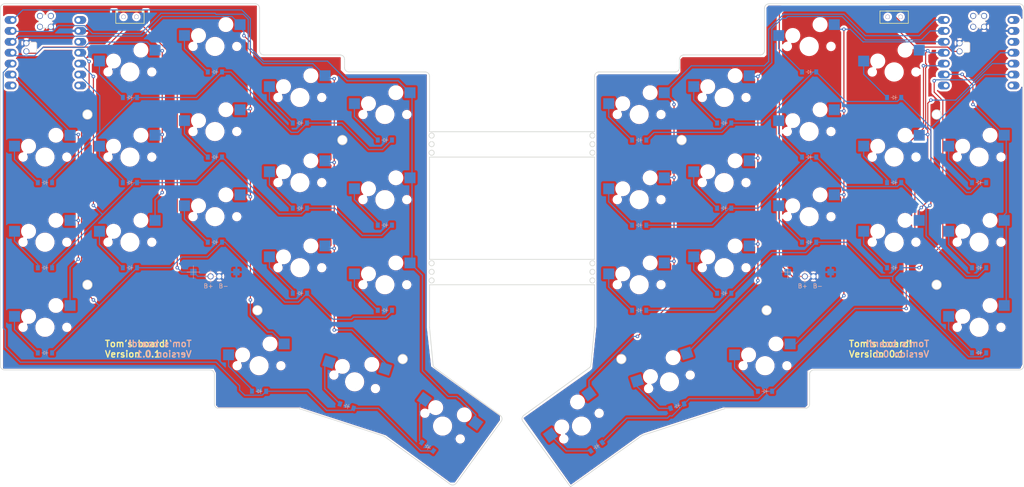
<source format=kicad_pcb>
(kicad_pcb (version 20240108) (generator "pcbnew") (generator_version "8.0")
  (title_block (title "main") (rev "v1.0.0") (company "Unknown"))
  (layers (0 "F.Cu" signal) (31 "B.Cu" signal) (34 "B.Paste" user) (35 "F.Paste" user) (36 "B.SilkS" user "B.Silkscreen") (37 "F.SilkS" user "F.Silkscreen") (38 "B.Mask" user) (39 "F.Mask" user) (44 "Edge.Cuts" user))
  (net 0 "")
  (net 1 "pinky_bottom")
  (net 2 "L_P5")
  (net 3 "pinky_home")
  (net 4 "pinky_top")
  (net 5 "ring_bottom")
  (net 6 "L_P3")
  (net 7 "ring_home")
  (net 8 "ring_top")
  (net 9 "middle_bottom")
  (net 10 "L_P2")
  (net 11 "middle_home")
  (net 12 "middle_top")
  (net 13 "index_bottom")
  (net 14 "L_P1")
  (net 15 "index_home")
  (net 16 "index_top")
  (net 17 "inner_bottom")
  (net 18 "L_P0")
  (net 19 "inner_home")
  (net 20 "inner_top")
  (net 21 "inner_thumb")
  (net 22 "middle_thumb")
  (net 23 "home_thumb")
  (net 24 "mirror_pinky_bottom")
  (net 25 "R_P5")
  (net 26 "mirror_pinky_home")
  (net 27 "mirror_pinky_top")
  (net 28 "mirror_ring_bottom")
  (net 29 "R_P3")
  (net 30 "mirror_ring_home")
  (net 31 "mirror_ring_top")
  (net 32 "mirror_middle_bottom")
  (net 33 "R_P2")
  (net 34 "mirror_middle_home")
  (net 35 "mirror_middle_top")
  (net 36 "mirror_index_bottom")
  (net 37 "R_P1")
  (net 38 "mirror_index_home")
  (net 39 "mirror_index_top")
  (net 40 "mirror_inner_bottom")
  (net 41 "R_P0")
  (net 42 "mirror_inner_home")
  (net 43 "mirror_inner_top")
  (net 44 "mirror_inner_thumb")
  (net 45 "mirror_middle_thumb")
  (net 46 "mirror_home_thumb")
  (net 47 "L_P10")
  (net 48 "L_P9")
  (net 49 "L_P8")
  (net 50 "L_P4")
  (net 51 "R_P10")
  (net 52 "R_P9")
  (net 53 "R_P8")
  (net 54 "R_P4")
  (net 55 "L_BAT+")
  (net 56 "L_GND")
  (net 57 "R_BAT+")
  (net 58 "R_GND")
  (net 59 "L_VCC5")
  (net 60 "L_VCC3")
  (net 61 "L_RST")
  (net 62 "L_RAW")
  (net 63 "L_P6")
  (net 64 "L_P7")
  (net 65 "R_VCC5")
  (net 66 "R_VCC3")
  (net 67 "R_RST")
  (net 68 "R_RAW")
  (net 69 "R_P6")
  (net 70 "R_P7")
  (footprint "E73:SPDT_C128955" (layer "F.Cu") (at 58.492257 36.62)
    (property "Reference" "T1" (hide yes))
    (property "Value" "" (hide yes))
  )
  (footprint "MX" (layer "F.Cu") (at 216.42 83.124)
    (property "Reference" "S25" (hide yes))
    (property "Value" "" (hide yes))
  )
  (footprint "MX" (layer "F.Cu") (at 196.66 95.0112)
    (property "Reference" "S28" (hide yes))
    (property "Value" "" (hide yes))
  )
  (footprint "MX" (layer "F.Cu") (at 117.772257 79.1616)
    (property "Reference" "S14" (hide yes))
    (property "Value" "" (hide yes))
  )
  (footprint "E73:SPDT_C128955" (layer "F.Cu") (at 236.18 36.62)
    (property "Reference" "T2" (hide yes))
    (property "Value" "" (hide yes))
  )
  (footprint "MX" (layer "F.Cu") (at 163.486129 131.867726 36)
    (property "Reference" "S36" (hide yes))
    (property "Value" "" (hide yes))
  )
  (footprint "MX" (layer "F.Cu") (at 58.492257 89.0676)
    (property "Reference" "S4" (hide yes))
    (property "Value" "" (hide yes))
  )
  (footprint "ComboDiode" (layer "F.Cu") (at 216.42 97.03)
    (property "Reference" "BATTPAD4" (hide yes))
    (property "Value" "" (hide yes))
  )
  (footprint "MX" (layer "F.Cu") (at 183.93655 121.567718 18)
    (property "Reference" "S35" (hide yes))
    (property "Value" "" (hide yes))
  )
  (footprint "MX" (layer "F.Cu") (at 110.735707 121.567718 -18)
    (property "Reference" "S17" (hide yes))
    (property "Value" "" (hide yes))
  )
  (footprint "MX" (layer "F.Cu") (at 196.66 55.3872)
    (property "Reference" "S30" (hide yes))
    (property "Value" "" (hide yes))
  )
  (footprint "MX" (layer "F.Cu") (at 176.9 79.1616)
    (property "Reference" "S32" (hide yes))
    (property "Value" "" (hide yes))
  )
  (footprint "MX" (layer "F.Cu") (at 216.42 63.312)
    (property "Reference" "S26" (hide yes))
    (property "Value" "" (hide yes))
  )
  (footprint "MX" (layer "F.Cu") (at 117.772257 59.3496)
    (property "Reference" "S15" (hide yes))
    (property "Value" "" (hide yes))
  )
  (footprint "MX" (layer "F.Cu") (at 38.732257 89.0676)
    (property "Reference" "S2" (hide yes))
    (property "Value" "" (hide yes))
  )
  (footprint "MX" (layer "F.Cu") (at 216.42 43.5)
    (property "Reference" "S27" (hide yes))
    (property "Value" "" (hide yes))
  )
  (footprint "ComboDiode" (layer "F.Cu") (at 78.252257 96.03)
    (property "Reference" "BATTPAD1" (hide yes))
    (property "Value" "" (hide yes))
  )
  (footprint "MX" (layer "F.Cu") (at 98.012257 75.1992)
    (property "Reference" "S11" (hide yes))
    (property "Value" "" (hide yes))
  )
  (footprint "xiao-ble-smd-cutout" (layer "F.Cu") (at 255.83 44.9686)
    (property "Reference" "xiao-ble2" (hide yes))
    (property "Value" "xiao-ble-thruhole" (hide yes))
    (fp_line (start -4.699 -0.7488) (end -4.699 -1.7902) (stroke (width 0.12)) (layer "Edge.Cuts"))
    (fp_line (start -4.0132 -2.476) (end -2.413 -2.476) (stroke (width 0.12)) (layer "Edge.Cuts"))
    (fp_line (start -2.413 -0.063) (end -4.0132 -0.063) (stroke (width 0.12)) (layer "Edge.Cuts"))
    (fp_line (start -2.032 -2.095) (end -2.032 -0.444) (stroke (width 0.12)) (layer "Edge.Cuts"))
    (fp_line (start -1.524 -6.4638) (end -1.524 -8.1402) (stroke (width 0.12)) (layer "Edge.Cuts"))
    (fp_line (start -0.8382 -8.826) (end 0.8382 -8.826) (stroke (width 0.12)) (layer "Edge.Cuts"))
    (fp_line (start -0.8382 -5.778) (end 0.8382 -5.778) (stroke (width 0.12)) (layer "Edge.Cuts"))
    (fp_line (start 1.524 -6.4638) (end 1.524 -8.1402) (stroke (width 0.12)) (layer "Edge.Cuts"))
    (fp_arc (start -4.699 -0.7488) (mid -4.095402 -0.666688) (end -4.013137 -0.063111) (stroke (width 0.12)) (layer "Edge.Cuts"))
    (fp_arc (start -4.0132 -2.476) (mid -4.095312 -1.872402) (end -4.698889 -1.790137) (stroke (width 0.12)) (layer "Edge.Cuts"))
    (fp_arc (start -2.413 -2.476) (mid -2.143592 -2.364408) (end -2.032 -2.095) (stroke (width 0.12)) (layer "Edge.Cuts"))
    (fp_arc (start -2.032 -0.444) (mid -2.143592 -0.174592) (end -2.413 -0.063) (stroke (width 0.12)) (layer "Edge.Cuts"))
    (fp_arc (start -1.524 -6.4638) (mid -0.920402 -6.381688) (end -0.838137 -5.778111) (stroke (width 0.12)) (layer "Edge.Cuts"))
    (fp_arc (start -0.8382 -8.826) (mid -0.920312 -8.222402) (end -1.523889 -8.140137) (stroke (width 0.12)) (layer "Edge.Cuts"))
    (fp_arc (start 0.8382 -5.778) (mid 0.920312 -6.381598) (end 1.523889 -6.463863) (stroke (width 0.12)) (layer "Edge.Cuts"))
    (fp_arc (start 1.524 -8.1402) (mid 0.920379 -8.222481) (end 0.838271 -8.826126) (stroke (width 0.12)) (layer "Edge.Cuts"))
  )
  (footprint "MX" (layer "F.Cu") (at 38.732257 108.8796)
    (property "Reference" "S1" (hide yes))
    (property "Value" "" (hide yes))
  )
  (footprint "MX" (layer "F.Cu") (at 255.94 69.2556)
    (property "Reference" "S21" (hide yes))
    (property "Value" "" (hide yes))
  )
  (footprint "MX" (layer "F.Cu") (at 236.18 49.4436)
    (property "Reference" "S24" (hide yes))
    (property "Value" "" (hide yes))
  )
  (footprint "MX" (layer "F.Cu") (at 58.492257 49.4436)
    (property "Reference" "S6" (hide yes))
    (property "Value" "" (hide yes))
  )
  (footprint "MX" (layer "F.Cu") (at 196.66 75.1992)
    (property "Reference" "S29" (hide yes))
    (property "Value" "" (hide yes))
  )
  (footprint "MX" (layer "F.Cu") (at 117.772257 98.9736)
    (property "Reference" "S13" (hide yes))
    (property "Value" "" (hide yes))
  )
  (footprint "MX" (layer "F.Cu") (at 255.94 89.0676)
    (property "Reference" "S20" (hide yes))
    (property "Value" "" (hide yes))
  )
  (footprint "MX" (layer "F.Cu") (at 78.252257 63.312)
    (property "Reference" "S8" (hide yes))
    (property "Value" "" (hide yes))
  )
  (footprint "MX" (layer "F.Cu") (at 78.252257 83.124)
    (property "Reference" "S7" (hide yes))
    (property "Value" "" (hide yes))
  )
  (footprint "MX" (layer "F.Cu") (at 236.18 69.2556)
    (property "Reference" "S23" (hide yes))
    (property "Value" "" (hide yes))
  )
  (footprint "MX" (layer "F.Cu") (at 176.9 59.3496)
    (property "Reference" "S33" (hide yes))
    (property "Value" "" (hide yes))
  )
  (footprint "MX" (layer "F.Cu") (at 58.492257 69.2556)
    (property "Reference" "S5" (hide yes))
    (property "Value" "" (hide yes))
  )
  (footprint "MX" (layer "F.Cu") (at 98.012257 55.3872)
    (property "Reference" "S12" (hide yes))
    (property "Value" "" (hide yes))
  )
  (footprint "MX" (layer "F.Cu") (at 206.16 117.8232)
    (property "Reference" "S34" (hide yes))
    (property "Value" "" (hide yes))
  )
  (footprint "MX" (layer "F.Cu") (at 131.186129 131.867726 -36)
    (property "Reference" "S18" (hide yes))
    (property "Value" "" (hide yes))
  )
  (footprint "MX" (layer "F.Cu") (at 38.732257 69.2556)
    (property "Reference" "S3" (hide yes))
    (property "Value" "" (hide yes))
  )
  (footprint "MX" (layer "F.Cu") (at 176.9 98.9736)
    (property "Reference" "S31" (hide yes))
    (property "Value" "" (hide yes))
  )
  (footprint "MX" (layer "F.Cu") (at 88.512257 117.8232)
    (property "Reference" "S16" (hide yes))
    (property "Value" "" (hide yes))
  )
  (footprint "MX" (layer "F.Cu") (at 236.18 89.0676)
    (property "Reference" "S22" (hide yes))
    (property "Value" "" (hide yes))
  )
  (footprint "MX" (layer "F.Cu") (at 255.94 108.8796)
    (property "Reference" "S19" (hide yes))
    (property "Value" "" (hide yes))
  )
  (footprint "xiao-ble-smd-cutout" (layer "F.Cu") (at 38.842257 44.9686)
    (property "Reference" "xiao-ble1" (hide yes))
    (property "Value" "xiao-ble-thruhole" (hide yes))
    (fp_line (start -4.699 -0.7488) (end -4.699 -1.7902) (stroke (width 0.12)) (layer "Edge.Cuts"))
    (fp_line (start -4.0132 -2.476) (end -2.413 -2.476) (stroke (width 0.12)) (layer "Edge.Cuts"))
    (fp_line (start -2.413 -0.063) (end -4.0132 -0.063) (stroke (width 0.12)) (layer "Edge.Cuts"))
    (fp_line (start -2.032 -2.095) (end -2.032 -0.444) (stroke (width 0.12)) (layer "Edge.Cuts"))
    (fp_line (start -1.524 -6.4638) (end -1.524 -8.1402) (stroke (width 0.12)) (layer "Edge.Cuts"))
    (fp_line (start -0.8382 -8.826) (end 0.8382 -8.826) (stroke (width 0.12)) (layer "Edge.Cuts"))
    (fp_line (start -0.8382 -5.778) (end 0.8382 -5.778) (stroke (width 0.12)) (layer "Edge.Cuts"))
    (fp_line (start 1.524 -6.4638) (end 1.524 -8.1402) (stroke (width 0.12)) (layer "Edge.Cuts"))
    (fp_arc (start -4.699 -0.7488) (mid -4.095402 -0.666688) (end -4.013137 -0.063111) (stroke (width 0.12)) (layer "Edge.Cuts"))
    (fp_arc (start -4.0132 -2.476) (mid -4.095312 -1.872402) (end -4.698889 -1.790137) (stroke (width 0.12)) (layer "Edge.Cuts"))
    (fp_arc (start -2.413 -2.476) (mid -2.143592 -2.364408) (end -2.032 -2.095) (stroke (width 0.12)) (layer "Edge.Cuts"))
    (fp_arc (start -2.032 -0.444) (mid -2.143592 -0.174592) (end -2.413 -0.063) (stroke (width 0.12)) (layer "Edge.Cuts"))
    (fp_arc (start -1.524 -6.4638) (mid -0.920402 -6.381688) (end -0.838137 -5.778111) (stroke (width 0.12)) (layer "Edge.Cuts"))
    (fp_arc (start -0.8382 -8.826) (mid -0.920312 -8.222402) (end -1.523889 -8.140137) (stroke (width 0.12)) (layer "Edge.Cuts"))
    (fp_arc (start 0.8382 -5.778) (mid 0.920312 -6.381598) (end 1.523889 -6.463863) (stroke (width 0.12)) (layer "Edge.Cuts"))
    (fp_arc (start 1.524 -8.1402) (mid 0.920379 -8.222481) (end 0.838271 -8.826126) (stroke (width 0.12)) (layer "Edge.Cuts"))
  )
  (footprint "MX" (layer "F.Cu") (at 78.252257 43.5)
    (property "Reference" "S9" (hide yes))
    (property "Value" "" (hide yes))
  )
  (footprint "MX" (layer "F.Cu") (at 98.012257 95.0112)
    (property "Reference" "S10" (hide yes))
    (property "Value" "" (hide yes))
  )
  (footprint "ComboDiode" (layer "F.Cu") (at 78.252257 97.03)
    (property "Reference" "BATTPAD2" (hide yes))
    (property "Value" "" (hide yes))
  )
  (footprint "ComboDiode" (layer "F.Cu") (at 216.42 96.03)
    (property "Reference" "BATTPAD3" (hide yes))
    (property "Value" "" (hide yes))
  )
  (footprint "ComboDiode" (layer "B.Cu") (at 216.42 89.0676 180)
    (property "Reference" "D25" (hide yes))
    (property "Value" "" (hide yes))
  )
  (footprint "ComboDiode" (layer "B.Cu") (at 185.773224 127.220417 -162)
    (property "Reference" "D35" (hide yes))
    (property "Value" "" (hide yes))
  )
  (footprint "ComboDiode" (layer "B.Cu") (at 98.012257 61.3308 180)
    (property "Reference" "D12" (hide yes))
    (property "Value" "" (hide yes))
  )
  (footprint "ComboDiode" (layer "B.Cu") (at 236.18 75.1992 180)
    (property "Reference" "D23" (hide yes))
    (property "Value" "" (hide yes))
  )
  (footprint "ComboDiode" (layer "B.Cu") (at 216.42 69.2556 180)
    (property "Reference" "D26" (hide yes))
    (property "Value" "" (hide yes))
  )
  (footprint "ComboDiode" (layer "B.Cu") (at 255.94 75.1992 180)
    (property "Reference" "D21" (hide yes))
    (property "Value" "" (hide yes))
  )
  (footprint "ComboDiode" (layer "B.Cu") (at 117.772257 104.9172 180)
    (property "Reference" "D13" (hide yes))
    (property "Value" "" (hide yes))
  )
  (footprint "ComboDiode" (layer "B.Cu") (at 78.252257 89.0676 180)
    (property "Reference" "D7" (hide yes))
    (property "Value" "" (hide yes))
  )
  (footprint "ComboDiode" (layer "B.Cu") (at 166.979689 136.676199 -144)
    (property "Reference" "D36" (hide yes))
    (property "Value" "" (hide yes))
  )
  (footprint "ComboDiode" (layer "B.Cu") (at 206.16 123.7668 180)
    (property "Reference" "D34" (hide yes))
    (property "Value" "" (hide yes))
  )
  (footprint "ComboDiode" (layer "B.Cu") (at 108.899034 127.220417 162)
    (property "Reference" "D17" (hide yes))
    (property "Value" "" (hide yes))
  )
  (footprint "ComboDiode" (layer "B.Cu") (at 196.66 100.9548 180)
    (property "Reference" "D28" (hide yes))
    (property "Value" "" (hide yes))
  )
  (footprint "ComboDiode" (layer "B.Cu") (at 216.42 49.4436 180)
    (property "Reference" "D27" (hide yes))
    (property "Value" "" (hide yes))
  )
  (footprint "ComboDiode" (layer "B.Cu") (at 176.9 65.2932 180)
    (property "Reference" "D33" (hide yes))
    (property "Value" "" (hide yes))
  )
  (footprint "ComboDiode" (layer "B.Cu") (at 255.94 95.0112 180)
    (property "Reference" "D20" (hide yes))
    (property "Value" "" (hide yes))
  )
  (footprint "ComboDiode" (layer "B.Cu") (at 38.732257 95.0112 180)
    (property "Reference" "D2" (hide yes))
    (property "Value" "" (hide yes))
  )
  (footprint "ComboDiode" (layer "B.Cu") (at 78.252257 69.2556 180)
    (property "Reference" "D8" (hide yes))
    (property "Value" "" (hide yes))
  )
  (footprint "ComboDiode" (layer "B.Cu") (at 88.512257 123.7668 180)
    (property "Reference" "D16" (hide yes))
    (property "Value" "" (hide yes))
  )
  (footprint "ComboDiode" (layer "B.Cu") (at 58.492257 75.1992 180)
    (property "Reference" "D5" (hide yes))
    (property "Value" "" (hide yes))
  )
  (footprint "ComboDiode" (layer "B.Cu") (at 117.772257 85.1052 180)
    (property "Reference" "D14" (hide yes))
    (property "Value" "" (hide yes))
  )
  (footprint "ComboDiode" (layer "B.Cu") (at 196.66 61.3308 180)
    (property "Reference" "D30" (hide yes))
    (property "Value" "" (hide yes))
  )
  (footprint "ComboDiode" (layer "B.Cu") (at 127.692568 136.676199 144)
    (property "Reference" "D18" (hide yes))
    (property "Value" "" (hide yes))
  )
  (footprint "ComboDiode" (layer "B.Cu") (at 78.252257 49.4436 180)
    (property "Reference" "D9" (hide yes))
    (property "Value" "" (hide yes))
  )
  (footprint "ComboDiode" (layer "B.Cu") (at 58.492257 55.3872 180)
    (property "Reference" "D6" (hide yes))
    (property "Value" "" (hide yes))
  )
  (footprint "ComboDiode" (layer "B.Cu") (at 255.94 114.8232 180)
    (property "Reference" "D19" (hide yes))
    (property "Value" "" (hide yes))
  )
  (footprint "ComboDiode" (layer "B.Cu") (at 117.772257 65.2932 180)
    (property "Reference" "D15" (hide yes))
    (property "Value" "" (hide yes))
  )
  (footprint "ComboDiode" (layer "B.Cu") (at 98.012257 81.1428 180)
    (property "Reference" "D11" (hide yes))
    (property "Value" "" (hide yes))
  )
  (footprint "ComboDiode" (layer "B.Cu") (at 98.012257 100.9548 180)
    (property "Reference" "D10" (hide yes))
    (property "Value" "" (hide yes))
  )
  (footprint "ComboDiode" (layer "B.Cu") (at 236.18 95.0112 180)
    (property "Reference" "D22" (hide yes))
    (property "Value" "" (hide yes))
  )
  (footprint "ComboDiode" (layer "B.Cu") (at 196.66 81.1428 180)
    (property "Reference" "D29" (hide yes))
    (property "Value" "" (hide yes))
  )
  (footprint "ComboDiode" (layer "B.Cu") (at 58.492257 95.0112 180)
    (property "Reference" "D4" (hide yes))
    (property "Value" "" (hide yes))
  )
  (footprint "ComboDiode" (layer "B.Cu") (at 236.18 55.3872 180)
    (property "Reference" "D24" (hide yes))
    (property "Value" "" (hide yes))
  )
  (footprint "ComboDiode" (layer "B.Cu") (at 176.9 104.9172 180)
    (property "Reference" "D31" (hide yes))
    (property "Value" "" (hide yes))
  )
  (footprint "ComboDiode" (layer "B.Cu") (at 38.732257 114.8232 180)
    (property "Reference" "D1" (hide yes))
    (property "Value" "" (hide yes))
  )
  (footprint "ComboDiode" (layer "B.Cu") (at 176.9 85.1052 180)
    (property "Reference" "D32" (hide yes))
    (property "Value" "" (hide yes))
  )
  (footprint "ComboDiode" (layer "B.Cu") (at 38.732257 75.1992 180)
    (property "Reference" "D3" (hide yes))
    (property "Value" "" (hide yes))
  )
  (gr_circle (center 166.032 93.9676) (end 166.632 93.9676) (stroke (width 0.15)) (fill none) (layer "Edge.Cuts"))
  (gr_line (start 177.475521 134.13188) (end 161.315642 145.689166) (stroke (width 0.15)) (layer "Edge.Cuts"))
  (gr_line (start 29.352257 118.7856) (end 77.132257 118.7856) (stroke (width 0.15)) (layer "Edge.Cuts"))
  (gr_circle (center 128.640257 95.9676) (end 129.240257 95.9676) (stroke (width 0.15)) (fill none) (layer "Edge.Cuts"))
  (gr_arc (start 128.156663 108.926382) (mid 128.153359 108.879548) (end 128.152257 108.83261) (stroke (width 0.15)) (layer "Edge.Cuts"))
  (gr_arc (start 206.04 44.4812) (mid 205.747107 45.188307) (end 205.04 45.4812) (stroke (width 0.15)) (layer "Edge.Cuts"))
  (gr_arc (start 186.28 48.4436) (mid 185.987107 49.150707) (end 185.28 49.4436) (stroke (width 0.15)) (layer "Edge.Cuts"))
  (gr_arc (start 216.54 119.7856) (mid 216.832893 119.078493) (end 217.54 118.7856) (stroke (width 0.15)) (layer "Edge.Cuts"))
  (gr_line (start 88.632257 44.4812) (end 88.632257 34.594) (stroke (width 0.15)) (layer "Edge.Cuts"))
  (gr_arc (start 29.352257 118.7856) (mid 28.64515 118.492707) (end 28.352257 117.7856) (stroke (width 0.15)) (layer "Edge.Cuts"))
  (gr_line (start 107.392257 45.4812) (end 89.632257 45.4812) (stroke (width 0.15)) (layer "Edge.Cuts"))
  (gr_circle (center 128.640257 68.2496) (end 129.240257 68.2496) (stroke (width 0.15)) (fill none) (layer "Edge.Cuts"))
  (gr_circle (center 88.132257 104.9172) (end 89.232257 104.9172) (stroke (width 0.15)) (fill none) (layer "Edge.Cuts"))
  (gr_arc (start 87.632257 33.594) (mid 88.339364 33.886893) (end 88.632257 34.594) (stroke (width 0.15)) (layer "Edge.Cuts"))
  (gr_circle (center 166.032 66.2496) (end 166.632 66.2496) (stroke (width 0.15)) (fill none) (layer "Edge.Cuts"))
  (gr_circle (center 246.06 59.3496) (end 247.16 59.3496) (stroke (width 0.15)) (fill none) (layer "Edge.Cuts"))
  (gr_line (start 97.819542 127.7292) (end 97.802618 127.781287) (stroke (width 0.15)) (layer "Edge.Cuts"))
  (gr_line (start 108.392257 48.4436) (end 108.392257 46.4812) (stroke (width 0.15)) (layer "Edge.Cuts"))
  (gr_line (start 206.04 34.594) (end 206.04 44.4812) (stroke (width 0.15)) (layer "Edge.Cuts"))
  (gr_circle (center 128.640257 64.2496) (end 129.240257 64.2496) (stroke (width 0.15)) (fill none) (layer "Edge.Cuts"))
  (gr_line (start 165.291166 118.3118) (end 150.074949 129.367029) (stroke (width 0.15)) (layer "Edge.Cuts"))
  (gr_line (start 177.748226 133.994211) (end 196.869639 127.781287) (stroke (width 0.15)) (layer "Edge.Cuts"))
  (gr_line (start 166.52 63.3496) (end 166.52 50.4436) (stroke (width 0.15)) (layer "Edge.Cuts"))
  (gr_line (start 185.28 49.4436) (end 167.52 49.4436) (stroke (width 0.15)) (layer "Edge.Cuts"))
  (gr_line (start 128.152257 63.3496) (end 128.152257 50.4436) (stroke (width 0.15)) (layer "Edge.Cuts"))
  (gr_arc (start 216.54 126.7292) (mid 216.247107 127.436307) (end 215.54 127.7292) (stroke (width 0.15)) (layer "Edge.Cuts"))
  (gr_line (start 266.32 117.7856) (end 266.32 34.594) (stroke (width 0.15)) (layer "Edge.Cuts"))
  (gr_arc (start 109.392257 49.4436) (mid 108.68515 49.150707) (end 108.392257 48.4436) (stroke (width 0.15)) (layer "Edge.Cuts"))
  (gr_line (start 128.152257 69.2556) (end 166.52 69.2556) (stroke (width 0.15)) (layer "Edge.Cuts"))
  (gr_line (start 78.132257 119.7856) (end 78.132257 126.7292) (stroke (width 0.15)) (layer "Edge.Cuts"))
  (gr_circle (center 172.750397 116.26489) (end 173.850397 116.26489) (stroke (width 0.15)) (fill none) (layer "Edge.Cuts"))
  (gr_line (start 166.52 63.3496) (end 128.152257 63.3496) (stroke (width 0.15)) (layer "Edge.Cuts"))
  (gr_line (start 29.352257 33.594) (end 87.632257 33.594) (stroke (width 0.15)) (layer "Edge.Cuts"))
  (gr_arc (start 117.380974 134.142681) (mid 117.525947 134.202731) (end 117.659742 134.28472) (stroke (width 0.15)) (layer "Edge.Cuts"))
  (gr_line (start 128.152257 98.9736) (end 166.52 98.9736) (stroke (width 0.15)) (layer "Edge.Cuts"))
  (gr_circle (center 128.640257 93.9676) (end 129.240257 93.9676) (stroke (width 0.15)) (fill none) (layer "Edge.Cuts"))
  (gr_circle (center 128.640257 66.2496) (end 129.240257 66.2496) (stroke (width 0.15)) (fill none) (layer "Edge.Cuts"))
  (gr_line (start 97.802618 127.781287) (end 117.380974 134.142681) (stroke (width 0.15)) (layer "Edge.Cuts"))
  (gr_circle (center 48.612257 59.3496) (end 49.712257 59.3496) (stroke (width 0.15)) (fill none) (layer "Edge.Cuts"))
  (gr_line (start 149.853717 130.763831) (end 160.911133 145.983059) (stroke (width 0.15)) (layer "Edge.Cuts"))
  (gr_arc (start 186.28 46.4812) (mid 186.572893 45.774093) (end 187.28 45.4812) (stroke (width 0.15)) (layer "Edge.Cuts"))
  (gr_arc (start 165.698975 117.596555) (mid 165.572096 117.998095) (end 165.291166 118.3118) (stroke (width 0.15)) (layer "Edge.Cuts"))
  (gr_arc (start 127.152257 49.4436) (mid 127.859364 49.736493) (end 128.152257 50.4436) (stroke (width 0.15)) (layer "Edge.Cuts"))
  (gr_arc (start 77.132257 118.7856) (mid 77.839364 119.078493) (end 78.132257 119.7856) (stroke (width 0.15)) (layer "Edge.Cuts"))
  (gr_line (start 186.28 46.4812) (end 186.28 48.4436) (stroke (width 0.15)) (layer "Edge.Cuts"))
  (gr_circle (center 48.612257 98.9736) (end 49.712257 98.9736) (stroke (width 0.15)) (fill none) (layer "Edge.Cuts"))
  (gr_line (start 144.597309 129.367029) (end 129.381091 118.3118) (stroke (width 0.15)) (layer "Edge.Cuts"))
  (gr_circle (center 166.032 64.2496) (end 166.632 64.2496) (stroke (width 0.15)) (fill none) (layer "Edge.Cuts"))
  (gr_line (start 117.659742 134.28472) (end 132.952107 145.395274) (stroke (width 0.15)) (layer "Edge.Cuts"))
  (gr_line (start 217.54 118.7856) (end 265.32 118.7856) (stroke (width 0.15)) (layer "Edge.Cuts"))
  (gr_line (start 166.52 108.83261) (end 166.52 98.9736) (stroke (width 0.15)) (layer "Edge.Cuts"))
  (gr_arc (start 144.597309 129.367029) (mid 144.997212 130.019611) (end 144.818541 130.763831) (stroke (width 0.15)) (layer "Edge.Cuts"))
  (gr_line (start 166.52 93.0676) (end 166.52 69.2556) (stroke (width 0.15)) (layer "Edge.Cuts"))
  (gr_arc (start 166.52 50.4436) (mid 166.812893 49.736493) (end 167.52 49.4436) (stroke (width 0.15)) (layer "Edge.Cuts"))
  (gr_arc (start 79.132257 127.7292) (mid 78.42515 127.436307) (end 78.132257 126.7292) (stroke (width 0.15)) (layer "Edge.Cuts"))
  (gr_circle (center 166.032 95.9676) (end 166.632 95.9676) (stroke (width 0.15)) (fill none) (layer "Edge.Cuts"))
  (gr_arc (start 177.475521 134.13188) (mid 177.606586 134.052571) (end 177.748226 133.994211) (stroke (width 0.15)) (layer "Edge.Cuts"))
  (gr_arc (start 266.32 117.7856) (mid 266.027107 118.492707) (end 265.32 118.7856) (stroke (width 0.15)) (layer "Edge.Cuts"))
  (gr_line (start 160.911133 145.983059) (end 161.315642 145.689166) (stroke (width 0.15)) (layer "Edge.Cuts"))
  (gr_circle (center 121.92186 116.26489) (end 123.02186 116.26489) (stroke (width 0.15)) (fill none) (layer "Edge.Cuts"))
  (gr_arc (start 149.853717 130.763831) (mid 149.675046 130.019611) (end 150.074949 129.367029) (stroke (width 0.15)) (layer "Edge.Cuts"))
  (gr_line (start 28.352257 117.7856) (end 28.352257 34.594) (stroke (width 0.15)) (layer "Edge.Cuts"))
  (gr_arc (start 28.352257 34.594) (mid 28.64515 33.886893) (end 29.352257 33.594) (stroke (width 0.15)) (layer "Edge.Cuts"))
  (gr_line (start 79.132257 127.7292) (end 97.819542 127.7292) (stroke (width 0.15)) (layer "Edge.Cuts"))
  (gr_circle (center 186.78 65.2932) (end 187.88 65.2932) (stroke (width 0.15)) (fill none) (layer "Edge.Cuts"))
  (gr_circle (center 166.032 97.9676) (end 166.632 97.9676) (stroke (width 0.15)) (fill none) (layer "Edge.Cuts"))
  (gr_arc (start 107.392257 45.4812) (mid 108.099364 45.774093) (end 108.392257 46.4812) (stroke (width 0.15)) (layer "Edge.Cuts"))
  (gr_line (start 128.152257 108.83261) (end 128.152257 98.9736) (stroke (width 0.15)) (layer "Edge.Cuts"))
  (gr_circle (center 128.640257 97.9676) (end 129.240257 97.9676) (stroke (width 0.15)) (fill none) (layer "Edge.Cuts"))
  (gr_line (start 166.52 93.0676) (end 128.152257 93.0676) (stroke (width 0.15)) (layer "Edge.Cuts"))
  (gr_line (start 216.54 126.7292) (end 216.54 119.7856) (stroke (width 0.15)) (layer "Edge.Cuts"))
  (gr_line (start 207.04 33.594) (end 265.32 33.594) (stroke (width 0.15)) (layer "Edge.Cuts"))
  (gr_line (start 127.152257 49.4436) (end 109.392257 49.4436) (stroke (width 0.15)) (layer "Edge.Cuts"))
  (gr_arc (start 134.34891 145.174043) (mid 133.696327 145.573946) (end 132.952107 145.395274) (stroke (width 0.15)) (layer "Edge.Cuts"))
  (gr_line (start 205.04 45.4812) (end 187.28 45.4812) (stroke (width 0.15)) (layer "Edge.Cuts"))
  (gr_arc (start 265.32 33.594) (mid 266.027107 33.886893) (end 266.32 34.594) (stroke (width 0.15)) (layer "Edge.Cuts"))
  (gr_circle (center 246.06 98.9736) (end 247.16 98.9736) (stroke (width 0.15)) (fill none) (layer "Edge.Cuts"))
  (gr_line (start 128.152257 93.0676) (end 128.152257 69.2556) (stroke (width 0.15)) (layer "Edge.Cuts"))
  (gr_arc (start 166.52 108.83261) (mid 166.518898 108.879548) (end 166.515594 108.926382) (stroke (width 0.15)) (layer "Edge.Cuts"))
  (gr_circle (center 166.032 68.2496) (end 166.632 68.2496) (stroke (width 0.15)) (fill none) (layer "Edge.Cuts"))
  (gr_circle (center 206.54 104.9172) (end 207.64 104.9172) (stroke (width 0.15)) (fill none) (layer "Edge.Cuts"))
  (gr_circle (center 107.892257 65.2932) (end 108.992257 65.2932) (stroke (width 0.15)) (fill none) (layer "Edge.Cuts"))
  (gr_arc (start 89.632257 45.4812) (mid 88.92515 45.188307) (end 88.632257 44.4812) (stroke (width 0.15)) (layer "Edge.Cuts"))
  (gr_line (start 196.869639 127.781287) (end 196.852715 127.7292) (stroke (width 0.15)) (layer "Edge.Cuts"))
  (gr_arc (start 206.04 34.594) (mid 206.332893 33.886893) (end 207.04 33.594) (stroke (width 0.15)) (layer "Edge.Cuts"))
  (gr_line (start 134.34891 145.174042) (end 144.818541 130.763831) (stroke (width 0.15)) (layer "Edge.Cuts"))
  (gr_line (start 165.698975 117.596555) (end 166.515594 108.926382) (stroke (width 0.15)) (layer "Edge.Cuts"))
  (gr_arc (start 129.381091 118.311799) (mid 129.100162 117.998094) (end 128.973283 117.596555) (stroke (width 0.15)) (layer "Edge.Cuts"))
  (gr_line (start 196.852715 127.7292) (end 215.54 127.7292) (stroke (width 0.15)) (layer "Edge.Cuts"))
  (gr_line (start 128.973283 117.596555) (end 128.156663 108.926382) (stroke (width 0.15)) (layer "Edge.Cuts"))
  (gr_text "Tom's board!	\nVersion 0.1" (at 244.5 116 0) (layer "B.SilkS") (effects (font (size 1.5 1.5) (thickness 0.3) (bold yes)) (justify left bottom mirror)))
  (gr_text "Tom's board!	\nVersion 0.1" (at 73 116 0) (layer "B.SilkS") (effects (font (size 1.5 1.5) (thickness 0.3) (bold yes)) (justify left bottom mirror)))
  (gr_text "Tom's board!	\nVersion 0.1" (at 52.5 116 0) (layer "F.SilkS") (effects (font (size 1.5 1.5) (thickness 0.3) (bold yes)) (justify left bottom)))
  (gr_text "Tom's board!	\nVersion 0.1" (at 225.5 116 0) (layer "F.SilkS") (effects (font (size 1.5 1.5) (thickness 0.3) (bold yes)) (justify left bottom)))
  (segment (start 31.647257 106.3396) (end 31.647257 109.3882) (width 0.25) (layer "B.Cu") (net 1))
  (segment (start 31.647257 109.3882) (end 37.082257 114.8232) (width 0.25) (layer "B.Cu") (net 1))
  (segment (start 46.5 84) (end 46.5 64) (width 0.25) (layer "F.Cu") (net 2))
  (segment (start 46.5 93) (end 46.5 84) (width 0.25) (layer "F.Cu") (net 2))
  (via (at 46.5 84) (size 0.8) (drill 0.4) (layers "F.Cu" "B.Cu") (net 2))
  (via (at 46.5 64) (size 0.8) (drill 0.4) (layers "F.Cu" "B.Cu") (net 2))
  (via (at 46.5 93) (size 0.8) (drill 0.4) (layers "F.Cu" "B.Cu") (net 2))
  (segment (start 44.586657 84) (end 44.574257 83.9876) (width 0.25) (layer "B.Cu") (net 2))
  (segment (start 46.5 84) (end 44.586657 84) (width 0.25) (layer "B.Cu") (net 2))
  (segment (start 44.574257 94.925743) (end 46.5 93) (width 0.25) (layer "B.Cu") (net 2))
  (segment (start 44.574257 103.7996) (end 44.574257 94.925743) (width 0.25) (layer "B.Cu") (net 2))
  (segment (start 44.574257 64.1756) (end 44.624929 64.124929) (width 0.25) (layer "B.Cu") (net 2))
  (segment (start 44.624929 63.451272) (end 31.222257 50.0486) (width 0.25) (layer "B.Cu") (net 2))
  (segment (start 44.749857 64) (end 44.574257 64.1756) (width 0.25) (layer "B.Cu") (net 2))
  (segment (start 44.624929 64.124929) (end 44.624929 63.451272) (width 0.25) (layer "B.Cu") (net 2))
  (segment (start 46.5 64) (end 44.749857 64) (width 0.25) (layer "B.Cu") (net 2))
  (segment (start 31.647257 88.796284) (end 37.082257 94.231284) (width 0.25) (layer "B.Cu") (net 3))
  (segment (start 37.082257 94.231284) (end 37.082257 95.0112) (width 0.25) (layer "B.Cu") (net 3))
  (segment (start 31.647257 86.5276) (end 31.647257 88.796284) (width 0.25) (layer "B.Cu") (net 3))
  (segment (start 31.647257 66.7156) (end 31.647257 69.7642) (width 0.25) (layer "B.Cu") (net 4))
  (segment (start 31.647257 69.7642) (end 37.082257 75.1992) (width 0.25) (layer "B.Cu") (net 4))
  (segment (start 51.407257 89.5762) (end 56.842257 95.0112) (width 0.25) (layer "B.Cu") (net 5))
  (segment (start 51.407257 86.5276) (end 51.407257 89.5762) (width 0.25) (layer "B.Cu") (net 5))
  (segment (start 66 77.5) (end 66 76.5) (width 0.25) (layer "F.Cu") (net 6))
  (segment (start 66 64) (end 66 63.5) (width 0.25) (layer "F.Cu") (net 6))
  (segment (start 66 63.5) (end 66 44.5) (width 0.25) (layer "F.Cu") (net 6))
  (segment (start 66 76.5) (end 66 64) (width 0.25) (layer "F.Cu") (net 6))
  (via (at 66 44.5) (size 0.8) (drill 0.4) (layers "F.Cu" "B.Cu") (net 6))
  (via (at 66 64) (size 0.8) (drill 0.4) (layers "F.Cu" "B.Cu") (net 6))
  (via (at 66 77.5) (size 0.8) (drill 0.4) (layers "F.Cu" "B.Cu") (net 6))
  (segment (start 36.3249 45.6751) (end 31.928757 45.6751) (width 0.25) (layer "B.Cu") (net 6))
  (segment (start 64.334257 44.3636) (end 62.459257 42.4886) (width 0.25) (layer "B.Cu") (net 6))
  (segment (start 49.084669 42.4886) (end 47.829669 43.7436) (width 0.25) (layer "B.Cu") (net 6))
  (segment (start 47.829669 43.7436) (end 38.2564 43.7436) (width 0.25) (layer "B.Cu") (net 6))
  (segment (start 38.2564 43.7436) (end 36.3249 45.6751) (width 0.25) (layer "B.Cu") (net 6))
  (segment (start 66 64) (end 64.509857 64) (width 0.25) (layer "B.Cu") (net 6))
  (segment (start 64.470657 44.5) (end 64.334257 44.3636) (width 0.25) (layer "B.Cu") (net 6))
  (segment (start 62.459257 42.4886) (end 49.084669 42.4886) (width 0.25) (layer "B.Cu") (net 6))
  (segment (start 64.334257 83.9876) (end 64.334257 79.165743) (width 0.25) (layer "B.Cu") (net 6))
  (segment (start 64.334257 79.165743) (end 66 77.5) (width 0.25) (layer "B.Cu") (net 6))
  (segment (start 66 44.5) (end 64.470657 44.5) (width 0.25) (layer "B.Cu") (net 6))
  (segment (start 31.928757 45.6751) (end 31.222257 44.9686) (width 0.25) (layer "B.Cu") (net 6))
  (segment (start 64.509857 64) (end 64.334257 64.1756) (width 0.25) (layer "B.Cu") (net 6))
  (segment (start 51.407257 68.984284) (end 56.842257 74.419284) (width 0.25) (layer "B.Cu") (net 7))
  (segment (start 56.842257 74.419284) (end 56.842257 75.1992) (width 0.25) (layer "B.Cu") (net 7))
  (segment (start 51.407257 66.7156) (end 51.407257 68.984284) (width 0.25) (layer "B.Cu") (net 7))
  (segment (start 51.407257 46.9036) (end 51.407257 49.9522) (width 0.25) (layer "B.Cu") (net 8))
  (segment (start 51.407257 49.9522) (end 56.842257 55.3872) (width 0.25) (layer "B.Cu") (net 8))
  (segment (start 71.167257 80.584) (end 71.167257 83.6326) (width 0.25) (layer "B.Cu") (net 9))
  (segment (start 71.167257 83.6326) (end 76.602257 89.0676) (width 0.25) (layer "B.Cu") (net 9))
  (segment (start 86.5 102.5) (end 86.5 78.5) (width 0.25) (layer "F.Cu") (net 10))
  (segment (start 86.5 58) (end 86.5 42.5) (width 0.25) (layer "F.Cu") (net 10))
  (segment (start 86.5 78.5) (end 86.5 58) (width 0.25) (layer "F.Cu") (net 10))
  (segment (start 86.5 42.5) (end 85 41) (width 0.25) (layer "F.Cu") (net 10))
  (via (at 86.5 102.5) (size 0.8) (drill 0.4) (layers "F.Cu" "B.Cu") (net 10))
  (via (at 86.5 78.5) (size 0.8) (drill 0.4) (layers "F.Cu" "B.Cu") (net 10))
  (via (at 86.5 58) (size 0.8) (drill 0.4) (layers "F.Cu" "B.Cu") (net 10))
  (via (at 85 41) (size 0.8) (drill 0.4) (layers "F.Cu" "B.Cu") (net 10))
  (segment (start 86.5 78.5) (end 86.044 78.044) (width 0.25) (layer "B.Cu") (net 10))
  (segment (start 84.094257 38.42) (end 82.219257 36.545) (width 0.25) (layer "B.Cu") (net 10))
  (segment (start 86.268 58.232) (end 84.094257 58.232) (width 0.25) (layer "B.Cu") (net 10))
  (segment (start 84.094257 39.094257) (end 84.094257 38.42) (width 0.25) (layer "B.Cu") (net 10))
  (segment (start 32.537257 41.1136) (end 31.222257 42.4286) (width 0.25) (layer "B.Cu") (net 10))
  (segment (start 61.3864 41.1136) (end 32.537257 41.1136) (width 0.25) (layer "B.Cu") (net 10))
  (segment (start 91.611057 110) (end 90.5 110) (width 0.25) (layer "B.Cu") (net 10))
  (segment (start 85 40) (end 84.094257 39.094257) (width 0.25) (layer "B.Cu") (net 10))
  (segment (start 85 41) (end 85 40) (width 0.25) (layer "B.Cu") (net 10))
  (segment (start 86.5 106) (end 86.5 102.5) (width 0.25) (layer "B.Cu") (net 10))
  (segment (start 94.354257 112.7432) (end 91.611057 110) (width 0.25) (layer "B.Cu") (net 10))
  (segment (start 65.955 36.545) (end 61.3864 41.1136) (width 0.25) (layer "B.Cu") (net 10))
  (segment (start 86.044 78.044) (end 84.094257 78.044) (width 0.25) (layer "B.Cu") (net 10))
  (segment (start 90.5 110) (end 86.5 106) (width 0.25) (layer "B.Cu") (net 10))
  (segment (start 82.219257 36.545) (end 65.955 36.545) (width 0.25) (layer "B.Cu") (net 10))
  (segment (start 86.5 58) (end 86.268 58.232) (width 0.25) (layer "B.Cu") (net 10))
  (segment (start 71.167257 63.8206) (end 76.602257 69.2556) (width 0.25) (layer "B.Cu") (net 11))
  (segment (start 71.167257 60.772) (end 71.167257 63.8206) (width 0.25) (layer "B.Cu") (net 11))
  (segment (start 71.167257 40.96) (end 71.167257 44.0086) (width 0.25) (layer "B.Cu") (net 12))
  (segment (start 71.167257 44.0086) (end 76.602257 49.4436) (width 0.25) (layer "B.Cu") (net 12))
  (segment (start 90.927257 92.4712) (end 90.927257 94.927257) (width 0.25) (layer "B.Cu") (net 13))
  (segment (start 90.927257 94.927257) (end 96.362257 100.362257) (width 0.25) (layer "B.Cu") (net 13))
  (segment (start 96.362257 100.362257) (end 96.362257 100.9548) (width 0.25) (layer "B.Cu") (net 13))
  (segment (start 106 109.5) (end 106 108.5) (width 0.25) (layer "F.Cu") (net 14))
  (segment (start 106 70.5) (end 106 70) (width 0.25) (layer "F.Cu") (net 14))
  (segment (start 106 90.5) (end 106 70.5) (width 0.25) (layer "F.Cu") (net 14))
  (segment (start 106 70) (end 106 51) (width 0.25) (layer "F.Cu") (net 14))
  (segment (start 106 108.5) (end 106 90.5) (width 0.25) (layer "F.Cu") (net 14))
  (via (at 106 90.5) (size 0.8) (drill 0.4) (layers "F.Cu" "B.Cu") (net 14))
  (via (at 106 70.5) (size 0.8) (drill 0.4) (layers "F.Cu" "B.Cu") (net 14))
  (via (at 106 109.5) (size 0.8) (drill 0.4) (layers "F.Cu" "B.Cu") (net 14))
  (via (at 106 51) (size 0.8) (drill 0.4) (layers "F.Cu" "B.Cu") (net 14))
  (segment (start 106 51) (end 104.547057 51) (width 0.25) (layer "B.Cu") (net 14))
  (segment (start 106 90.5) (end 104.423057 90.5) (width 0.25) (layer "B.Cu") (net 14))
  (segment (start 110.134285 109.5) (end 106 109.5) (width 0.25) (layer "B.Cu") (net 14))
  (segment (start 104.235057 70.5) (end 103.854257 70.1192) (width 0.25) (layer "B.Cu") (net 14))
  (segment (start 78.5 36) (end 78.295 35.795) (width 0.25) (layer "B.Cu") (net 14))
  (segment (start 65.705 35.795) (end 61 40.5) (width 0.25) (layer "B.Cu") (net 14))
  (segment (start 117.861585 117.2273) (end 110.134285 109.5) (width 0.25) (layer "B.Cu") (net 14))
  (segment (start 106 70.5) (end 104.235057 70.5) (width 0.25) (layer "B.Cu") (net 14))
  (segment (start 47.919669 38.6636) (end 41.832705 38.6636) (width 0.25) (layer "B.Cu") (net 14))
  (segment (start 101.047057 47.5) (end 89.5 47.5) (width 0.25) (layer "B.Cu") (net 14))
  (segment (start 31.333657 40) (end 31.222257 39.8886) (width 0.25) (layer "B.Cu") (net 14))
  (segment (start 86 37.150743) (end 84.849257 36) (width 0.25) (layer "B.Cu") (net 14))
  (segment (start 49.756069 40.5) (end 47.919669 38.6636) (width 0.25) (layer "B.Cu") (net 14))
  (segment (start 40.496305 40) (end 31.333657 40) (width 0.25) (layer "B.Cu") (net 14))
  (segment (start 103.854257 50.3072) (end 101.047057 47.5) (width 0.25) (layer "B.Cu") (net 14))
  (segment (start 61 40.5) (end 49.756069 40.5) (width 0.25) (layer "B.Cu") (net 14))
  (segment (start 78.295 35.795) (end 65.705 35.795) (width 0.25) (layer "B.Cu") (net 14))
  (segment (start 117.861585 118.541628) (end 117.861585 117.2273) (width 0.25) (layer "B.Cu") (net 14))
  (segment (start 41.832705 38.6636) (end 40.496305 40) (width 0.25) (layer "B.Cu") (net 14))
  (segment (start 86 44) (end 86 37.150743) (width 0.25) (layer "B.Cu") (net 14))
  (segment (start 84.849257 36) (end 78.5 36) (width 0.25) (layer "B.Cu") (net 14))
  (segment (start 104.547057 51) (end 103.854257 50.3072) (width 0.25) (layer "B.Cu") (net 14))
  (segment (start 104.423057 90.5) (end 103.854257 89.9312) (width 0.25) (layer "B.Cu") (net 14))
  (segment (start 89.5 47.5) (end 86 44) (width 0.25) (layer "B.Cu") (net 14))
  (segment (start 90.927257 75.7078) (end 96.362257 81.1428) (width 0.25) (layer "B.Cu") (net 15))
  (segment (start 90.927257 72.6592) (end 90.927257 75.7078) (width 0.25) (layer "B.Cu") (net 15))
  (segment (start 90.927257 52.8472) (end 90.927257 55.8958) (width 0.25) (layer "B.Cu") (net 16))
  (segment (start 90.927257 55.8958) (end 96.362257 61.3308) (width 0.25) (layer "B.Cu") (net 16))
  (segment (start 110.687257 96.4336) (end 110.687257 99.4822) (width 0.25) (layer "B.Cu") (net 17))
  (segment (start 110.687257 99.4822) (end 116.122257 104.9172) (width 0.25) (layer "B.Cu") (net 17))
  (segment (start 86.5 43.863604) (end 86.5 37) (width 0.25) (layer "B.Cu") (net 18))
  (segment (start 135 125.5) (end 134.5 125) (width 0.25) (layer "B.Cu") (net 18))
  (segment (start 123.614257 93.8936) (end 124.078157 93.4297) (width 0.25) (layer "B.Cu") (net 18))
  (segment (start 124.078157 73.6177) (end 124.078157 54.7335) (width 0.25) (layer "B.Cu") (net 18))
  (segment (start 84.5 35) (end 33.570857 35) (width 0.25) (layer "B.Cu") (net 18))
  (segment (start 89.568198 46.931802) (end 86.5 43.863604) (width 0.25) (layer "B.Cu") (net 18))
  (segment (start 104.431802 46.931802) (end 89.568198 46.931802) (width 0.25) (layer "B.Cu") (net 18))
  (segment (start 123.614257 54.2696) (end 120.844657 51.5) (width 0.25) (layer "B.Cu") (net 18))
  (segment (start 124.078157 93.4297) (end 124.078157 74.5455) (width 0.25) (layer "B.Cu") (net 18))
  (segment (start 109 51.5) (end 104.431802 46.931802) (width 0.25) (layer "B.Cu") (net 18))
  (segment (start 126.5 96.779343) (end 123.614257 93.8936) (width 0.25) (layer "B.Cu") (net 18))
  (segment (start 134.5 125) (end 132.5 125) (width 0.25) (layer "B.Cu") (net 18))
  (segment (start 124.078157 74.5455) (end 123.614257 74.0816) (width 0.25) (layer "B.Cu") (net 18))
  (segment (start 86.5 37) (end 84.5 35) (width 0.25) (layer "B.Cu") (net 18))
  (segment (start 138.898355 129.270618) (end 135.127737 125.5) (width 0.25) (layer "B.Cu") (net 18))
  (segment (start 120.844657 51.5) (end 109 51.5) (width 0.25) (layer "B.Cu") (net 18))
  (segment (start 126.5 119) (end 126.5 96.779343) (width 0.25) (layer "B.Cu") (net 18))
  (segment (start 135.127737 125.5) (end 135 125.5) (width 0.25) (layer "B.Cu") (net 18))
  (segment (start 33.570857 35) (end 31.222257 37.3486) (width 0.25) (layer "B.Cu") (net 18))
  (segment (start 123.614257 74.0816) (end 124.078157 73.6177) (width 0.25) (layer "B.Cu") (net 18))
  (segment (start 124.078157 54.7335) (end 123.614257 54.2696) (width 0.25) (layer "B.Cu") (net 18))
  (segment (start 132.5 125) (end 126.5 119) (width 0.25) (layer "B.Cu") (net 18))
  (segment (start 138.898355 131.191761) (end 138.898355 129.270618) (width 0.25) (layer "B.Cu") (net 18))
  (segment (start 110.687257 79.187257) (end 116.122257 84.622257) (width 0.25) (layer "B.Cu") (net 19))
  (segment (start 116.122257 84.622257) (end 116.122257 85.1052) (width 0.25) (layer "B.Cu") (net 19))
  (segment (start 110.687257 76.6216) (end 110.687257 79.187257) (width 0.25) (layer "B.Cu") (net 19))
  (segment (start 110.687257 59.8582) (end 116.122257 65.2932) (width 0.25) (layer "B.Cu") (net 20))
  (segment (start 110.687257 56.8096) (end 110.687257 59.8582) (width 0.25) (layer "B.Cu") (net 20))
  (segment (start 81.427257 117.927257) (end 86.862257 123.362257) (width 0.25) (layer "B.Cu") (net 21))
  (segment (start 86.862257 123.362257) (end 86.862257 123.7668) (width 0.25) (layer "B.Cu") (net 21))
  (segment (start 81.427257 115.2832) (end 81.427257 117.927257) (width 0.25) (layer "B.Cu") (net 21))
  (segment (start 103.790369 117.954655) (end 103.790369 123.171117) (width 0.25) (layer "B.Cu") (net 22))
  (segment (start 103.790369 123.171117) (end 107.329791 126.710539) (width 0.25) (layer "B.Cu") (net 22))
  (segment (start 104.782375 116.962649) (end 103.790369 117.954655) (width 0.25) (layer "B.Cu") (net 22))
  (segment (start 126.947218 125.648364) (end 125.850423 126.745159) (width 0.25) (layer "B.Cu") (net 23))
  (segment (start 125.850423 126.745159) (end 125.850423 135.199086) (width 0.25) (layer "B.Cu") (net 23))
  (segment (start 125.850423 135.199086) (end 126.35769 135.706353) (width 0.25) (layer "B.Cu") (net 23))
  (segment (start 248.855 109.3882) (end 254.29 114.8232) (width 0.25) (layer "B.Cu") (net 24))
  (segment (start 248.855 106.3396) (end 248.855 109.3882) (width 0.25) (layer "B.Cu") (net 24))
  (segment (start 254.5 52.5) (end 252 50) (width 0.25) (layer "F.Cu") (net 25))
  (segment (start 254.5 57) (end 254.5 52.5) (width 0.25) (layer "F.Cu") (net 25))
  (via (at 252 50) (size 0.8) (drill 0.4) (layers "F.Cu" "B.Cu") (net 25))
  (via (at 254.5 57) (size 0.8) (drill 0.4) (layers "F.Cu" "B.Cu") (net 25))
  (segment (start 252 50) (end 248.2586 50) (width 0.25) (layer "B.Cu") (net 25))
  (segment (start 262.2459 82.2541) (end 262.2459 64.6395) (width 0.25) (layer "B.Cu") (net 25))
  (segment (start 261.782 64.1756) (end 254.6064 57) (width 0.25) (layer "B.Cu") (net 25))
  (segment (start 254.6064 57) (end 254.5 57) (width 0.25) (layer "B.Cu") (net 25))
  (segment (start 262.2459 84.4515) (end 261.782 83.9876) (width 0.25) (layer "B.Cu") (net 25))
  (segment (start 261.782 103.7996) (end 262.2459 103.3357) (width 0.25) (layer "B.Cu") (net 25))
  (segment (start 248.2586 50) (end 248.21 50.0486) (width 0.25) (layer "B.Cu") (net 25))
  (segment (start 262.2459 64.6395) (end 261.782 64.1756) (width 0.25) (layer "B.Cu") (net 25))
  (segment (start 261.782 82.718) (end 262.2459 82.2541) (width 0.25) (layer "B.Cu") (net 25))
  (segment (start 262.2459 103.3357) (end 262.2459 84.4515) (width 0.25) (layer "B.Cu") (net 25))
  (segment (start 261.782 83.9876) (end 261.782 82.718) (width 0.25) (layer "B.Cu") (net 25))
  (segment (start 248.855 89.5762) (end 254.29 95.0112) (width 0.25) (layer "B.Cu") (net 26))
  (segment (start 248.855 86.5276) (end 248.855 89.5762) (width 0.25) (layer "B.Cu") (net 26))
  (segment (start 248.855 66.7156) (end 248.855 69.7642) (width 0.25) (layer "B.Cu") (net 27))
  (segment (start 248.855 69.7642) (end 254.29 75.1992) (width 0.25) (layer "B.Cu") (net 27))
  (segment (start 229.095 89.5762) (end 234.53 95.0112) (width 0.25) (layer "B.Cu") (net 28))
  (segment (start 229.095 86.5276) (end 229.095 89.5762) (width 0.25) (layer "B.Cu") (net 28))
  (segment (start 243.5 47.474695) (end 243.5 45) (width 0.25) (layer "F.Cu") (net 29))
  (segment (start 244 64) (end 244 63) (width 0.25) (layer "F.Cu") (net 29))
  (segment (start 243.5 48.525305) (end 243.725 48.300305) (width 0.25) (layer "F.Cu") (net 29))
  (segment (start 243.5 62.5) (end 243.5 48.525305) (width 0.25) (layer "F.Cu") (net 29))
  (segment (start 244 79.5) (end 244 64) (width 0.25) (layer "F.Cu") (net 29))
  (segment (start 244 63) (end 243.5 62.5) (width 0.25) (layer "F.Cu") (net 29))
  (segment (start 243.5 45) (end 244 44.5) (width 0.25) (layer "F.Cu") (net 29))
  (segment (start 243.725 48.300305) (end 243.725 47.699695) (width 0.25) (layer "F.Cu") (net 29))
  (segment (start 242.5 81) (end 244 79.5) (width 0.25) (layer "F.Cu") (net 29))
  (segment (start 243.725 47.699695) (end 243.5 47.474695) (width 0.25) (layer "F.Cu") (net 29))
  (via (at 244 64) (size 0.8) (drill 0.4) (layers "F.Cu" "B.Cu") (net 29))
  (via (at 242.5 81) (size 0.8) (drill 0.4) (layers "F.Cu" "B.Cu") (net 29))
  (via (at 244 44.5) (size 0.8) (drill 0.4) (layers "F.Cu" "B.Cu") (net 29))
  (segment (start 242.1584 44.5) (end 242.022 44.3636) (width 0.25) (layer "B.Cu") (net 29))
  (segment (start 244.4686 44.9686) (end 244 44.5) (width 0.25) (layer "B.Cu") (net 29))
  (segment (start 242.022 81.478) (end 242.5 81) (width 0.25) (layer "B.Cu") (net 29))
  (segment (start 244 44.5) (end 242.1584 44.5) (width 0.25) (layer "B.Cu") (net 29))
  (segment (start 242.1976 64) (end 242.022 64.1756) (width 0.25) (layer "B.Cu") (net 29))
  (segment (start 248.21 44.9686) (end 244.4686 44.9686) (width 0.25) (layer "B.Cu") (net 29))
  (segment (start 244 64) (end 242.1976 64) (width 0.25) (layer "B.Cu") (net 29))
  (segment (start 242.022 83.9876) (end 242.022 81.478) (width 0.25) (layer "B.Cu") (net 29))
  (segment (start 234.53 74.419284) (end 234.53 75.1992) (width 0.25) (layer "B.Cu") (net 30))
  (segment (start 229.095 66.7156) (end 229.095 68.984284) (width 0.25) (layer "B.Cu") (net 30))
  (segment (start 229.095 68.984284) (end 234.53 74.419284) (width 0.25) (layer "B.Cu") (net 30))
  (segment (start 229.095 49.9522) (end 234.53 55.3872) (width 0.25) (layer "B.Cu") (net 31))
  (segment (start 229.095 46.9036) (end 229.095 49.9522) (width 0.25) (layer "B.Cu") (net 31))
  (segment (start 209.335 83.6326) (end 214.77 89.0676) (width 0.25) (layer "B.Cu") (net 32))
  (segment (start 209.335 80.584) (end 209.335 83.6326) (width 0.25) (layer "B.Cu") (net 32))
  (segment (start 224.5 58.5) (end 224.5 57) (width 0.25) (layer "F.Cu") (net 33))
  (segment (start 224.5 101.5) (end 224.5 100.5) (width 0.25) (layer "F.Cu") (net 33))
  (segment (start 224.5 100.5) (end 224.5 78) (width 0.25) (layer "F.Cu") (net 33))
  (segment (start 224.5 78) (end 224.5 77) (width 0.25) (layer "F.Cu") (net 33))
  (segment (start 224.5 77) (end 224.5 58.5) (width 0.25) (layer "F.Cu") (net 33))
  (segment (start 224.5 57) (end 224.5 39.5) (width 0.25) (layer "F.Cu") (net 33))
  (via (at 224.5 78) (size 0.8) (drill 0.4) (layers "F.Cu" "B.Cu") (net 33))
  (via (at 224.5 58.5) (size 0.8) (drill 0.4) (layers "F.Cu" "B.Cu") (net 33))
  (via (at 224.5 101.5) (size 0.8) (drill 0.4) (layers "F.Cu" "B.Cu") (net 33))
  (via (at 224.5 39.5) (size 0.8) (drill 0.4) (layers "F.Cu" "B.Cu") (net 33))
  (segment (start 224.5 58.5) (end 222.53 58.5) (width 0.25) (layer "B.Cu") (net 33))
  (segment (start 224.5 78) (end 222.306 78) (width 0.25) (layer "B.Cu") (net 33))
  (segment (start 229 42.5) (end 229.0714 42.4286) (width 0.25) (layer "B.Cu") (net 33))
  (segment (start 224.5 39.5) (end 226 39.5) (width 0.25) (layer "B.Cu") (net 33))
  (segment (start 222.306 78) (end 222.262 78.044) (width 0.25) (layer "B.Cu") (net 33))
  (segment (start 223.342 39.5) (end 222.262 38.42) (width 0.25) (layer "B.Cu") (net 33))
  (segment (start 224.5 39.5) (end 223.342 39.5) (width 0.25) (layer "B.Cu") (net 33))
  (segment (start 229.0714 42.4286) (end 248.21 42.4286) (width 0.25) (layer "B.Cu") (net 33))
  (segment (start 222.53 58.5) (end 222.262 58.232) (width 0.25) (layer "B.Cu") (net 33))
  (segment (start 213.2568 112.7432) (end 224.5 101.5) (width 0.25) (layer "B.Cu") (net 33))
  (segment (start 212.002 112.7432) (end 213.2568 112.7432) (width 0.25) (layer "B.Cu") (net 33))
  (segment (start 226 39.5) (end 229 42.5) (width 0.25) (layer "B.Cu") (net 33))
  (segment (start 209.335 63.8206) (end 214.77 69.2556) (width 0.25) (layer "B.Cu") (net 34))
  (segment (start 209.335 60.772) (end 209.335 63.8206) (width 0.25) (layer "B.Cu") (net 34))
  (segment (start 209.335 40.96) (end 209.335 44.0086) (width 0.25) (layer "B.Cu") (net 35))
  (segment (start 209.335 44.0086) (end 214.77 49.4436) (width 0.25) (layer "B.Cu") (net 35))
  (segment (start 189.575 95.5198) (end 195.01 100.9548) (width 0.25) (layer "B.Cu") (net 36))
  (segment (start 189.575 92.4712) (end 189.575 95.5198) (width 0.25) (layer "B.Cu") (net 36))
  (segment (start 204.5 69.5) (end 204.5 50.5) (width 0.25) (layer "F.Cu") (net 37))
  (segment (start 204.5 89.5) (end 204.5 69.5) (width 0.25) (layer "F.Cu") (net 37))
  (segment (start 204.5 98) (end 204.5 89.5) (width 0.25) (layer "F.Cu") (net 37))
  (via (at 204.5 98) (size 0.8) (drill 0.4) (layers "F.Cu" "B.Cu") (net 37))
  (via (at 204.5 50.5) (size 0.8) (drill 0.4) (layers "F.Cu" "B.Cu") (net 37))
  (via (at 204.5 69.5) (size 0.8) (drill 0.4) (layers "F.Cu" "B.Cu") (net 37))
  (via (at 204.5 89.5) (size 0.8) (drill 0.4) (layers "F.Cu" "B.Cu") (net 37))
  (segment (start 207.735 39.385) (end 207.735 47.265) (width 0.25) (layer "B.Cu") (net 37))
  (segment (start 211 37) (end 210.12 37) (width 0.25) (layer "B.Cu") (net 37))
  (segment (start 244.59 39.8886) (end 242.5 41.9786) (width 0.25) (layer "B.Cu") (net 37))
  (segment (start 204.5 50.5) (end 202.6948 50.5) (width 0.25) (layer "B.Cu") (net 37))
  (segment (start 202.6948 50.5) (end 202.502 50.3072) (width 0.25) (layer "B.Cu") (net 37))
  (segment (start 211.455 36.545) (end 211 37) (width 0.25) (layer "B.Cu") (net 37))
  (segment (start 187.922816 114.931074) (end 204.5 98.35389) (width 0.25) (layer "B.Cu") (net 37))
  (segment (start 204.5 89.5) (end 202.9332 89.5) (width 0.25) (layer "B.Cu") (net 37))
  (segment (start 224.0664 36.545) (end 211.455 36.545) (width 0.25) (layer "B.Cu") (net 37))
  (segment (start 204.5 98.35389) (end 204.5 98) (width 0.25) (layer "B.Cu") (net 37))
  (segment (start 207.735 47.265) (end 204.5 50.5) (width 0.25) (layer "B.Cu") (net 37))
  (segment (start 204.5 69.5) (end 203.1212 69.5) (width 0.25) (layer "B.Cu") (net 37))
  (segment (start 203.1212 69.5) (end 202.502 70.1192) (width 0.25) (layer "B.Cu") (net 37))
  (segment (start 229.5 41.9786) (end 224.0664 36.545) (width 0.25) (layer "B.Cu") (net 37))
  (segment (start 242.5 41.9786) (end 229.5 41.9786) (width 0.25) (layer "B.Cu") (net 37))
  (segment (start 202.9332 89.5) (end 202.502 89.9312) (width 0.25) (layer "B.Cu") (net 37))
  (segment (start 248.21 39.8886) (end 244.59 39.8886) (width 0.25) (layer "B.Cu") (net 37))
  (segment (start 210.12 37) (end 207.735 39.385) (width 0.25) (layer "B.Cu") (net 37))
  (segment (start 189.575 75.7078) (end 195.01 81.1428) (width 0.25) (layer "B.Cu") (net 38))
  (segment (start 189.575 72.6592) (end 189.575 75.7078) (width 0.25) (layer "B.Cu") (net 38))
  (segment (start 189.575 52.8472) (end 189.575 55.8958) (width 0.25) (layer "B.Cu") (net 39))
  (segment (start 189.575 55.8958) (end 195.01 61.3308) (width 0.25) (layer "B.Cu") (net 39))
  (segment (start 169.815 96.4336) (end 169.815 99.4822) (width 0.25) (layer "B.Cu") (net 40))
  (segment (start 169.815 99.4822) (end 175.25 104.9172) (width 0.25) (layer "B.Cu") (net 40))
  (segment (start 185 74) (end 185 74.5) (width 0.25) (layer "F.Cu") (net 41))
  (segment (start 185 74.5) (end 185 93.5) (width 0.25) (layer "F.Cu") (net 41))
  (segment (start 185 102.5) (end 176.5 111) (width 0.25) (layer "F.Cu") (net 41))
  (segment (start 185 57) (end 185 74) (width 0.25) (layer "F.Cu") (net 41))
  (segment (start 185 93.5) (end 185 102.5) (width 0.25) (layer "F.Cu") (net 41))
  (via (at 176.5 111) (size 0.8) (drill 0.4) (layers "F.Cu" "B.Cu") (net 41))
  (via (at 185 57) (size 0.8) (drill 0.4) (layers "F.Cu" "B.Cu") (net 41))
  (via (at 185 93.5) (size 0.8) (drill 0.4) (layers "F.Cu" "B.Cu") (net 41))
  (via (at 185 74) (size 0.8) (drill 0.4) (layers "F.Cu" "B.Cu") (net 41))
  (segment (start 182.742 54.2696) (end 182.7696 54.2696) (width 0.25) (layer "B.Cu") (net 41))
  (segment (start 185 74) (end 182.8236 74) (width 0.25) (layer "B.Cu") (net 41))
  (segment (start 248.21 37.3486) (end 245.6514 37.3486) (width 0.25) (layer "B.Cu") (net 41))
  (segment (start 175.5 111) (end 165.226457 121.273543) (width 0.25) (layer "B.Cu") (net 41))
  (segment (start 210.483604 36) (end 207 39.483604) (width 0.25) (layer "B.Cu") (net 41))
  (segment (start 185 56.5) (end 185 57) (width 0.25) (layer "B.Cu") (net 41))
  (segment (start 207 39.483604) (end 207 47) (width 0.25) (layer "B.Cu") (net 41))
  (segment (start 207 47) (end 206 48) (width 0.25) (layer "B.Cu") (net 41))
  (segment (start 185 93.5) (end 183.1356 93.5) (width 0.25) (layer "B.Cu") (net 41))
  (segment (start 206 48) (end 189.0116 48) (width 0.25) (layer "B.Cu") (net 41))
  (segment (start 182.8236 74) (end 182.742 74.0816) (width 0.25) (layer "B.Cu") (net 41))
  (segment (start 176.5 111) (end 175.5 111) (width 0.25) (layer "B.Cu") (net 41))
  (segment (start 182.7696 54.2696) (end 183 54.5) (width 0.25) (layer "B.Cu") (net 41))
  (segment (start 245.6514 37.3486) (end 242 41) (width 0.25) (layer "B.Cu") (net 41))
  (segment (start 183 54.5) (end 185 56.5) (width 0.25) (layer "B.Cu") (net 41))
  (segment (start 224.5 36) (end 210.483604 36) (width 0.25) (layer "B.Cu") (net 41))
  (segment (start 242 41) (end 229.5 41) (width 0.25) (layer "B.Cu") (net 41))
  (segment (start 165.226457 121.273543) (end 165.226457 124.324078) (width 0.25) (layer "B.Cu") (net 41))
  (segment (start 189.0116 48) (end 182.742 54.2696) (width 0.25) (layer "B.Cu") (net 41))
  (segment (start 229.5 41) (end 224.5 36) (width 0.25) (layer "B.Cu") (net 41))
  (segment (start 183.1356 93.5) (end 182.742 93.8936) (width 0.25) (layer "B.Cu") (net 41))
  (segment (start 169.815 76.6216) (end 169.815 79.6702) (width 0.25) (layer "B.Cu") (net 42))
  (segment (start 169.815 79.6702) (end 175.25 85.1052) (width 0.25) (layer "B.Cu") (net 42))
  (segment (start 169.815 59.8582) (end 175.25 65.2932) (width 0.25) (layer "B.Cu") (net 43))
  (segment (start 169.815 56.8096) (end 169.815 59.8582) (width 0.25) (layer "B.Cu") (net 43))
  (segment (start 199.075 115.2832) (end 199.075 118.3318) (width 0.25) (layer "B.Cu") (net 44))
  (segment (start 199.075 118.3318) (end 204.51 123.7668) (width 0.25) (layer "B.Cu") (net 44))
  (segment (start 181.487958 127.730295) (end 184.203981 127.730295) (width 0.25) (layer "B.Cu") (net 45))
  (segment (start 176.413411 122.655748) (end 181.487958 127.730295) (width 0.25) (layer "B.Cu") (net 45))
  (segment (start 176.413411 121.34142) (end 176.413411 122.655748) (width 0.25) (layer "B.Cu") (net 45))
  (segment (start 156.261269 133.977281) (end 159.930033 137.646045) (width 0.25) (layer "B.Cu") (net 46))
  (segment (start 159.930033 137.646045) (end 165.644811 137.646045) (width 0.25) (layer "B.Cu") (net 46))
  (segment (start 47 93.525305) (end 47 99.5) (width 0.25) (layer "F.Cu") (net 47))
  (segment (start 47.225 93.300305) (end 47 93.525305) (width 0.25) (layer "F.Cu") (net 47))
  (segment (start 49 56.555988) (end 47.225 58.330988) (width 0.25) (layer "F.Cu") (net 47))
  (segment (start 47.225 58.330988) (end 47.225 93.300305) (width 0.25) (layer "F.Cu") (net 47))
  (segment (start 49 47) (end 49 56.555988) (width 0.25) (layer "F.Cu") (net 47))
  (segment (start 47 99.5) (end 50 102.5) (width 0.25) (layer "F.Cu") (net 47))
  (via (at 50 102.5) (size 0.8) (drill 0.4) (layers "F.Cu" "B.Cu") (net 47))
  (via (at 49 47) (size 0.8) (drill 0.4) (layers "F.Cu" "B.Cu") (net 47))
  (segment (start 67.9888 95.0112) (end 70.5 92.5) (width 0.25) (layer "B.Cu") (net 47))
  (segment (start 119.422257 105.0672) (end 119.422257 104.9172) (width 0.25) (layer "B.Cu") (net 47))
  (segment (start 40.382257 114.8232) (end 40.382257 114.7712) (width 0.25) (layer "B.Cu") (net 47))
  (segment (start 105.707457 107) (end 110 107) (width 0.25) (layer "B.Cu") (net 47))
  (segment (start 99.662257 100.9548) (end 105.707457 107) (width 0.25) (layer "B.Cu") (net 47))
  (segment (start 46.462257 44.9686) (end 46.9686 44.9686) (width 0.25) (layer "B.Cu") (net 47))
  (segment (start 50 102.5) (end 51.326729 103.826729) (width 0.25) (layer "B.Cu") (net 47))
  (segment (start 97.617057 103) (end 99.662257 100.9548) (width 0.25) (layer "B.Cu") (net 47))
  (segment (start 51.326729 103.826729) (end 60.142257 95.0112) (width 0.25) (layer "B.Cu") (net 47))
  (segment (start 94.5 103) (end 97.617057 103) (width 0.25) (layer "B.Cu") (net 47))
  (segment (start 110 107) (end 110.5 106.5) (width 0.25) (layer "B.Cu") (net 47))
  (segment (start 117.989457 106.5) (end 119.422257 105.0672) (width 0.25) (layer "B.Cu") (net 47))
  (segment (start 110.5 106.5) (end 117.989457 106.5) (width 0.25) (layer "B.Cu") (net 47))
  (segment (start 46.9686 44.9686) (end 49 47) (width 0.25) (layer "B.Cu") (net 47))
  (segment (start 76.469857 92.5) (end 79.902257 89.0676) (width 0.25) (layer "B.Cu") (net 47))
  (segment (start 79.902257 89.0676) (end 80.5676 89.0676) (width 0.25) (layer "B.Cu") (net 47))
  (segment (start 70.5 92.5) (end 76.469857 92.5) (width 0.25) (layer "B.Cu") (net 47))
  (segment (start 40.382257 114.7712) (end 51.326729 103.826729) (width 0.25) (layer "B.Cu") (net 47))
  (segment (start 80.5676 89.0676) (end 94.5 103) (width 0.25) (layer "B.Cu") (net 47))
  (segment (start 60.142257 95.0112) (end 67.9888 95.0112) (width 0.25) (layer "B.Cu") (net 47))
  (segment (start 50 50.5) (end 50 51.5) (width 0.25) (layer "F.Cu") (net 48))
  (segment (start 50 51.5) (end 50 80.5) (width 0.25) (layer "F.Cu") (net 48))
  (via (at 50 80.5) (size 0.8) (drill 0.4) (layers "F.Cu" "B.Cu") (net 48))
  (via (at 50 50.5) (size 0.8) (drill 0.4) (layers "F.Cu" "B.Cu") (net 48))
  (segment (start 117.027457 87.5) (end 119.422257 85.1052) (width 0.25) (layer "B.Cu") (net 48))
  (segment (start 73.958657 75.1992) (end 79.902257 69.2556) (width 0.25) (layer "B.Cu") (net 48))
  (segment (start 98.305057 82.5) (end 99.662257 81.1428) (width 0.25) (layer "B.Cu") (net 48))
  (segment (start 93.146657 82.5) (end 98.305057 82.5) (width 0.25) (layer "B.Cu") (net 48))
  (segment (start 79.902257 69.2556) (end 93.146657 82.5) (width 0.25) (layer "B.Cu") (net 48))
  (segment (start 40.382257 95.0112) (end 40.382257 94.3776) (width 0.25) (layer "B.Cu") (net 48))
  (segment (start 46.462257 47.5086) (end 47.0086 47.5086) (width 0.25) (layer "B.Cu") (net 48))
  (segment (start 52.129929 82.629929) (end 59.560657 75.1992) (width 0.25) (layer "B.Cu") (net 48))
  (segment (start 47.0086 47.5086) (end 50 50.5) (width 0.25) (layer "B.Cu") (net 48))
  (segment (start 40.382257 94.3776) (end 52.129929 82.629929) (width 0.25) (layer "B.Cu") (net 48))
  (segment (start 59.560657 75.1992) (end 60.142257 75.1992) (width 0.25) (layer "B.Cu") (net 48))
  (segment (start 112.5 87.5) (end 117.027457 87.5) (width 0.25) (layer "B.Cu") (net 48))
  (segment (start 60.142257 75.1992) (end 73.958657 75.1992) (width 0.25) (layer "B.Cu") (net 48))
  (segment (start 50 80.5) (end 52.129929 82.629929) (width 0.25) (layer "B.Cu") (net 48))
  (segment (start 106.1428 81.1428) (end 112.5 87.5) (width 0.25) (layer "B.Cu") (net 48))
  (segment (start 99.662257 81.1428) (end 106.1428 81.1428) (width 0.25) (layer "B.Cu") (net 48))
  (segment (start 96 63.5) (end 81.9436 49.4436) (width 0.25) (layer "B.Cu") (net 49))
  (segment (start 107.8308 61.3308) (end 114 67.5) (width 0.25) (layer "B.Cu") (net 49))
  (segment (start 79.902257 49.4436) (end 79.9436 49.4436) (width 0.25) (layer "B.Cu") (net 49))
  (segment (start 59.560657 55.3872) (end 60.142257 55.3872) (width 0.25) (layer "B.Cu") (net 49))
  (segment (start 40.382257 75.1992) (end 40.382257 74.5656) (width 0.25) (layer "B.Cu") (net 49))
  (segment (start 97.493057 63.5) (end 96 63.5) (width 0.25) (layer "B.Cu") (net 49))
  (segment (start 51.473928 63.473928) (end 59.560657 55.3872) (width 0.25) (layer "B.Cu") (net 49))
  (segment (start 114 67.5) (end 117.215457 67.5) (width 0.25) (layer "B.Cu") (net 49))
  (segment (start 60.142257 55.3872) (end 73.958657 55.3872) (width 0.25) (layer "B.Cu") (net 49))
  (segment (start 51.473928 63.473928) (end 51.473928 54.917859) (width 0.25) (layer "B.Cu") (net 49))
  (segment (start 81.9436 49.4436) (end 79.902257 49.4436) (width 0.25) (layer "B.Cu") (net 49))
  (segment (start 51.473928 54.917859) (end 46.604669 50.0486) (width 0.25) (layer "B.Cu") (net 49))
  (segment (start 117.215457 67.5) (end 119.422257 65.2932) (width 0.25) (layer "B.Cu") (net 49))
  (segment (start 40.382257 74.5656) (end 51.473928 63.473928) (width 0.25) (layer "B.Cu") (net 49))
  (segment (start 99.662257 61.3308) (end 97.493057 63.5) (width 0.25) (layer "B.Cu") (net 49))
  (segment (start 46.604669 50.0486) (end 46.462257 50.0486) (width 0.25) (layer "B.Cu") (net 49))
  (segment (start 73.958657 55.3872) (end 79.902257 49.4436) (width 0.25) (layer "B.Cu") (net 49))
  (segment (start 99.662257 61.3308) (end 107.8308 61.3308) (width 0.25) (layer "B.Cu") (net 49))
  (segment (start 85.1918 124.6918) (end 84 123.5) (width 0.25) (layer "B.Cu") (net 50))
  (segment (start 29.5 113.5) (end 29.5 109.5) (width 0.25) (layer "B.Cu") (net 50))
  (segment (start 126.146045 137.646045) (end 116.230295 127.730295) (width 0.25) (layer "B.Cu") (net 50))
  (segment (start 104.206458 128.206458) (end 99.7668 123.7668) (width 0.25) (layer "B.Cu") (net 50))
  (segment (start 84 122.5) (end 78.5 117) (width 0.25) (layer "B.Cu") (net 50))
  (segment (start 33 117) (end 29.5 113.5) (width 0.25) (layer "B.Cu") (net 50))
  (segment (start 116.230295 127.730295) (end 110.468277 127.730295) (width 0.25) (layer "B.Cu") (net 50))
  (segment (start 31.079845 47.5086) (end 31.222257 47.5086) (width 0.25) (layer "B.Cu") (net 50))
  (segment (start 99.7668 123.7668) (end 90.162257 123.7668) (width 0.25) (layer "B.Cu") (net 50))
  (segment (start 109.992114 128.206458) (end 104.206458 128.206458) (width 0.25) (layer "B.Cu") (net 50))
  (segment (start 110.468277 127.730295) (end 109.992114 128.206458) (width 0.25) (layer "B.Cu") (net 50))
  (segment (start 84 123.5) (end 84 122.5) (width 0.25) (layer "B.Cu") (net 50))
  (segment (start 89.237257 124.6918) (end 85.1918 124.6918) (width 0.25) (layer "B.Cu") (net 50))
  (segment (start 29.047257 109.047257) (end 29.047257 49.541188) (width 0.25) (layer "B.Cu") (net 50))
  (segment (start 129.027446 137.646045) (end 126.146045 137.646045) (width 0.25) (layer "B.Cu") (net 50))
  (segment (start 78.5 117) (end 33 117) (width 0.25) (layer "B.Cu") (net 50))
  (segment (start 29.047257 49.541188) (end 31.079845 47.5086) (width 0.25) (layer "B.Cu") (net 50))
  (segment (start 90.162257 123.7668) (end 89.237257 124.6918) (width 0.25) (layer "B.Cu") (net 50))
  (segment (start 29.5 109.5) (end 29.047257 109.047257) (width 0.25) (layer "B.Cu") (net 50))
  (segment (start 245.5 54.13) (end 247.5 56.13) (width 0.25) (layer "F.Cu") (net 51))
  (segment (start 247.5 56.13) (end 247.5 89.5) (width 0.25) (layer "F.Cu") (net 51))
  (segment (start 247.5 89.5) (end 242 95) (width 0.25) (layer "F.Cu") (net 51))
  (segment (start 245.5 51.5) (end 245.5 54.13) (width 0.25) (layer "F.Cu") (net 51))
  (via (at 242 95) (size 0.8) (drill 0.4) (layers "F.Cu" "B.Cu") (net 51))
  (via (at 245.5 51.5) (size 0.8) (drill 0.4) (layers "F.Cu" "B.Cu") (net 51))
  (segment (start 254.590004 51.2736) (end 245.7264 51.2736) (width 0.25) (layer "B.Cu") (net 51))
  (segment (start 263.45 44.9686) (end 260.895004 44.9686) (width 0.25) (layer "B.Cu") (net 51))
  (segment (start 194.3476 104.9172) (end 198.31 100.9548) (width 0.25) (layer "B.Cu") (net 51))
  (segment (start 242 95) (end 241 95) (width 0.25) (layer "B.Cu") (net 51))
  (segment (start 253.515 115.7482) (end 256.665 115.7482) (width 0.25) (layer "B.Cu") (net 51))
  (segment (start 245.7264 51.2736) (end 245.5 51.5) (width 0.25) (layer "B.Cu") (net 51))
  (segment (start 235.8412 97) (end 235.8412 98.0744) (width 0.25) (layer "B.Cu") (net 51))
  (segment (start 256.665 115.7482) (end 257.59 114.8232) (width 0.25) (layer "B.Cu") (net 51))
  (segment (start 235.8412 97) (end 237.83 95.0112) (width 0.25) (layer "B.Cu") (net 51))
  (segment (start 240.9888 95.0112) (end 237.83 95.0112) (width 0.25) (layer "B.Cu") (net 51))
  (segment (start 235.8412 98.0744) (end 253.515 115.7482) (width 0.25) (layer "B.Cu") (net 51))
  (segment (start 241 95) (end 240.9888 95.0112) (width 0.25) (layer "B.Cu") (net 51))
  (segment (start 207.7648 91.5) (end 215.6376 91.5) (width 0.25) (layer "B.Cu") (net 51))
  (segment (start 225.0676 89.0676) (end 233 97) (width 0.25) (layer "B.Cu") (net 51))
  (segment (start 218.07 89.0676) (end 225.0676 89.0676) (width 0.25) (layer "B.Cu") (net 51))
  (segment (start 215.6376 91.5) (end 218.07 89.0676) (width 0.25) (layer "B.Cu") (net 51))
  (segment (start 178.55 104.9172) (end 194.3476 104.9172) (width 0.25) (layer "B.Cu") (net 51))
  (segment (start 260.895004 44.9686) (end 254.590004 51.2736) (width 0.25) (layer "B.Cu") (net 51))
  (segment (start 198.31 100.9548) (end 207.7648 91.5) (width 0.25) (layer "B.Cu") (net 51))
  (segment (start 233 97) (end 235.8412 97) (width 0.25) (layer "B.Cu") (net 51))
  (segment (start 244.725 56) (end 244 56.725) (width 0.25) (layer "F.Cu") (net 52))
  (segment (start 244.725 80.275) (end 244.5 80.5) (width 0.25) (layer "F.Cu") (net 52))
  (segment (start 244 56.725) (end 244 62.363604) (width 0.25) (layer "F.Cu") (net 52))
  (segment (start 244.725 63.088604) (end 244.725 80.275) (width 0.25) (layer "F.Cu") (net 52))
  (segment (start 244 62.363604) (end 244.725 63.088604) (width 0.25) (layer "F.Cu") (net 52))
  (via (at 244.725 56) (size 0.8) (drill 0.4) (layers "F.Cu" "B.Cu") (net 52))
  (via (at 244.5 80.5) (size 0.8) (drill 0.4) (layers "F.Cu" "B.Cu") (net 52))
  (segment (start 257.59 95.0112) (end 255.6012 97) (width 0.25) (layer "B.Cu") (net 52))
  (segment (start 193.8948 85.1052) (end 178.55 85.1052) (width 0.25) (layer "B.Cu") (net 52))
  (segment (start 255.6012 97) (end 253 97) (width 0.25) (layer "B.Cu") (net 52))
  (segment (start 243.622 80.9912) (end 237.83 75.1992) (width 0.25) (layer "B.Cu") (net 52))
  (segment (start 197.8572 81.1428) (end 193.8948 85.1052) (width 0.25) (layer "B.Cu") (net 52))
  (segment (start 198.31 81.1428) (end 197.8572 81.1428) (width 0.25) (layer "B.Cu") (net 52))
  (segment (start 258.9914 47.5086) (end 250.5 56) (width 0.25) (layer "B.Cu") (net 52))
  (segment (start 253 97) (end 243.622 87.622) (width 0.25) (layer "B.Cu") (net 52))
  (segment (start 216.47 69.2556) (end 204.5828 81.1428) (width 0.25) (layer "B.Cu") (net 52))
  (segment (start 244.5 80.5) (end 244 81) (width 0.25) (layer "B.Cu") (net 52))
  (segment (start 250.5 56) (end 244.725 56) (width 0.25) (layer "B.Cu") (net 52))
  (segment (start 218.07 69.2556) (end 216.47 69.2556) (width 0.25) (layer "B.Cu") (net 52))
  (segment (start 236.905 76.1242) (end 224.9386 76.1242) (width 0.25) (layer "B.Cu") (net 52))
  (segment (start 263.45 47.5086) (end 258.9914 47.5086) (width 0.25) (layer "B.Cu") (net 52))
  (segment (start 243.622 87.622) (end 243.622 81) (width 0.25) (layer "B.Cu") (net 52))
  (segment (start 244 81) (end 243.622 81) (width 0.25) (layer "B.Cu") (net 52))
  (segment (start 237.83 75.1992) (end 236.905 76.1242) (width 0.25) (layer "B.Cu") (net 52))
  (segment (start 243.622 81) (end 243.622 80.9912) (width 0.25) (layer "B.Cu") (net 52))
  (segment (start 224.9386 76.1242) (end 218.07 69.2556) (width 0.25) (layer "B.Cu") (net 52))
  (segment (start 204.5828 81.1428) (end 198.31 81.1428) (width 0.25) (layer "B.Cu") (net 52))
  (segment (start 218.07 49.4436) (end 224.9386 56.3122) (width 0.25) (layer "B.Cu") (net 53))
  (segment (start 253 77.5) (end 254 77.5) (width 0.25) (layer "B.Cu") (net 53))
  (segment (start 244.725 69.225) (end 253 77.5) (width 0.25) (layer "B.Cu") (net 53))
  (segment (start 254 77.5) (end 256.3008 75.1992) (width 0.25) (layer "B.Cu") (net 53))
  (segment (start 237.83 55.3872) (end 244.725 62.2822) (width 0.25) (layer "B.Cu") (net 53))
  (segment (start 217.37 49.4436) (end 218.07 49.4436) (width 0.25) (layer "B.Cu") (net 53))
  (segment (start 256.3008 75.1992) (end 257.59 75.1992) (width 0.25) (layer "B.Cu") (net 53))
  (segment (start 196.1408 63.5) (end 198.31 61.3308) (width 0.25) (layer "B.Cu") (net 53))
  (segment (start 180.3432 63.5) (end 196.1408 63.5) (width 0.25) (layer "B.Cu") (net 53))
  (segment (start 236.905 56.3122) (end 237.83 55.3872) (width 0.25) (layer "B.Cu") (net 53))
  (segment (start 224.9386 56.3122) (end 236.905 56.3122) (width 0.25) (layer "B.Cu") (net 53))
  (segment (start 244.725 62.2822) (end 244.97309 62.2822) (width 0.25) (layer "B.Cu") (net 53))
  (segment (start 198.31 61.3308) (end 205.4828 61.3308) (width 0.25) (layer "B.Cu") (net 53))
  (segment (start 205.4828 61.3308) (end 217.37 49.4436) (width 0.25) (layer "B.Cu") (net 53))
  (segment (start 257.20669 50.0486) (end 263.45 50.0486) (width 0.25) (layer "B.Cu") (net 53))
  (segment (start 178.55 65.2932) (end 180.3432 63.5) (width 0.25) (layer "B.Cu") (net 53))
  (segment (start 244.725 62.2822) (end 244.725 69.225) (width 0.25) (layer "B.Cu") (net 53))
  (segment (start 244.97309 62.2822) (end 257.20669 50.0486) (width 0.25) (layer "B.Cu") (net 53))
  (segment (start 240.023625 65.523625) (end 243 62.54725) (width 0.25) (layer "F.Cu") (net 54))
  (segment (start 241 70.729284) (end 240.023625 69.752909) (width 0.25) (layer "F.Cu") (net 54))
  (segment (start 239 89.593916) (end 241 87.593916) (width 0.25) (layer "F.Cu") (net 54))
  (segment (start 239 104.5) (end 239 89.593916) (width 0.25) (layer "F.Cu") (net 54))
  (segment (start 240.023625 69.752909) (end 240.023625 65.523625) (width 0.25) (layer "F.Cu") (net 54))
  (segment (start 241 87.593916) (end 241 70.729284) (width 0.25) (layer "F.Cu") (net 54))
  (segment (start 243 62.54725) (end 243 48) (width 0.25) (layer "F.Cu") (net 54))
  (via (at 239 104.5) (size 0.8) (drill 0.4) (layers "F.Cu" "B.Cu") (net 54))
  (via (at 243 48) (size 0.8) (drill 0.4) (layers "F.Cu" "B.Cu") (net 54))
  (segment (start 187.342467 126.710539) (end 188.553006 125.5) (width 0.25) (layer "B.Cu") (net 54))
  (segment (start 183.5 130) (end 184 129.5) (width 0.25) (layer "B.Cu") (net 54))
  (segment (start 184 129.5) (end 184.553006 129.5) (width 0.25) (layer "B.Cu") (net 54))
  (segment (start 206.2332 123.7668) (end 207.81 123.7668) (width 0.25) (layer "B.Cu") (net 54))
  (segment (start 247.7186 48) (end 248.21 47.5086) (width 0.25) (layer "B.Cu") (net 54))
  (segment (start 204.5 125.5) (end 206.2332 123.7668) (width 0.25) (layer "B.Cu") (net 54))
  (segment (start 168.314567 135.706353) (end 174.02092 130) (width 0.25) (layer "B.Cu") (net 54))
  (segment (start 227.0768 104.5) (end 239 104.5) (width 0.25) (layer "B.Cu") (net 54))
  (segment (start 174.02092 130) (end 183.5 130) (width 0.25) (layer "B.Cu") (net 54))
  (segment (start 207.81 123.7668) (end 227.0768 104.5) (width 0.25) (layer "B.Cu") (net 54))
  (segment (start 188.553006 125.5) (end 204.5 125.5) (width 0.25) (layer "B.Cu") (net 54))
  (segment (start 184.553006 129.5) (end 187.342467 126.710539) (width 0.25) (layer "B.Cu") (net 54))
  (segment (start 243 48) (end 247.7186 48) (width 0.25) (layer "B.Cu") (net 54))
  (segment (start 61.442257 38.695) (end 60.742257 38.695) (width 0.25) (layer "F.Cu") (net 55))
  (segment (start 69.5 95) (end 69.5 46.752743) (width 0.25) (layer "F.Cu") (net 55))
  (segment (start 69.5 46.752743) (end 61.442257 38.695) (width 0.25) (layer "F.Cu") (net 55))
  (via (at 69.5 95) (size 0.8) (drill 0.4) (layers "F.Cu" "B.Cu") (net 55))
  (segment (start 70.53 96.03) (end 69.5 95) (width 0.25) (layer "B.Cu") (net 55))
  (segment (start 74.252257 97.03) (end 73.252257 96.03) (width 0.25) (layer "B.Cu") (net 55))
  (segment (start 77.252257 97.03) (end 74.252257 97.03) (width 0.25) (layer "B.Cu") (net 55))
  (segment (start 73.252257 96.03) (end 70.53 96.03) (width 0.25) (layer "B.Cu") (net 55))
  (segment (start 238.43 38.695) (end 238.588274 38.695) (width 0.25) (layer "F.Cu") (net 57))
  (segment (start 209.5 35.5) (end 209.5 94) (width 0.25) (layer "F.Cu") (net 57))
  (segment (start 212.53 97.03) (end 215.42 97.03) (width 0.25) (layer "F.Cu") (net 57))
  (segment (start 238.588274 38.695) (end 234.393274 34.5) (width 0.25) (layer "F.Cu") (net 57))
  (segment (start 210.5 34.5) (end 209.5 35.5) (width 0.25) (layer "F.Cu") (net 57))
  (segment (start 234.393274 34.5) (end 210.5 34.5) (width 0.25) (layer "F.Cu") (net 57))
  (segment (start 209.5 94) (end 212.53 97.03) (width 0.25) (layer "F.Cu") (net 57))
  (segment (start 34.746214 45.1056) (end 34.397257 44.756643) (width 0.25) (layer "F.Cu") (net 62))
  (segment (start 57.742257 38.87) (end 52.958657 43.6536) (width 0.25) (layer "F.Cu") (net 62))
  (segment (start 36.8944 45.1056) (end 34.746214 45.1056) (width 0.25) (layer "F.Cu") (net 62))
  (segment (start 34.397257 44.756643) (end 34.397257 44.6516) (width 0.25) (layer "F.Cu") (net 62))
  (segment (start 57.742257 38.695) (end 57.742257 38.87) (width 0.25) (layer "F.Cu") (net 62))
  (segment (start 38.3464 43.6536) (end 36.8944 45.1056) (width 0.25) (layer "F.Cu") (net 62))
  (segment (start 52.958657 43.6536) (end 38.3464 43.6536) (width 0.25) (layer "F.Cu") (net 62))
  (segment (start 249.6516 44.6516) (end 248.6536 43.6536) (width 0.25) (layer "F.Cu") (net 68))
  (segment (start 251.385 44.6516) (end 249.6516 44.6516) (width 0.25) (layer "F.Cu") (net 68))
  (segment (start 248.6536 43.6536) (end 241.0886 43.6536) (width 0.25) (layer "F.Cu") (net 68))
  (segment (start 236.13 38.695) (end 235.43 38.695) (width 0.25) (layer "F.Cu") (net 68))
  (segment (start 241.0886 43.6536) (end 236.13 38.695) (width 0.25) (layer "F.Cu") (net 68))
  (zone (net 58) (net_name "R_GND") (layers "F&B.Cu") (priority 1) (connect_pads (clearance 0.508)) (min_thickness 0.25) (fill yes (thermal_gap 0.5) (thermal_bridge_width 0.5))
    (polygon (pts (xy 265.5 34) (xy 207 34) (xy 206.5 34.5) (xy 206.5 45.5) (xy 206 46) (xy 187 46) (xy 186.5 46.5) (xy 186.5 49.5) (xy 186 50) (xy 167.5 50) (xy 167 50.5) (xy 167 108.5) (xy 166 118.5) (xy 165.5 119) (xy 150 130) (xy 161 145.5) (xy 177 134) (xy 178 133.5) (xy 196.5 127.5) (xy 215.5 127.5) (xy 216 127) (xy 216 119) (xy 217 118.5) (xy 265.5 118.5) (xy 266 117.5) (xy 266 35)))
  )
  (zone (net 56) (net_name "L_GND") (layers "F&B.Cu") (connect_pads (clearance 0.508)) (min_thickness 0.25) (fill yes (thermal_gap 0.5) (thermal_bridge_width 0.5))
    (polygon (pts (xy 29 34) (xy 29 118.5) (xy 78 118.5) (xy 78.5 119.5) (xy 78.5 127) (xy 79 127.5) (xy 98 127.5) (xy 118 134) (xy 133 145) (xy 134 145) (xy 144.5 130.5) (xy 144.5 129.5) (xy 128.5 118) (xy 127.5 109) (xy 127.5 50) (xy 108.5 50) (xy 107.5 49) (xy 107.5 46) (xy 88.5 46) (xy 88 45) (xy 88 34)))
  )
)
</source>
